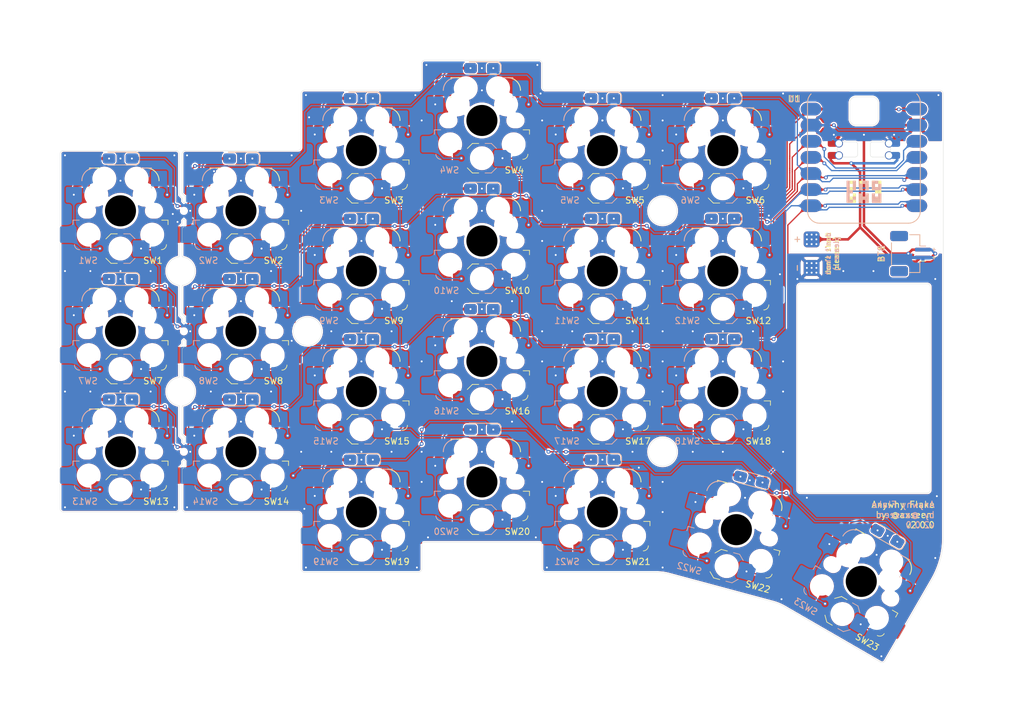
<source format=kicad_pcb>
(kicad_pcb (version 20241229) (generator "pcbnew") (generator_version "9.0")
  (layers (0 "F.Cu" signal) (2 "B.Cu" signal) (13 "F.Paste" user) (15 "B.Paste" user) (5 "F.SilkS" user "F.Silkscreen") (7 "B.SilkS" user "B.Silkscreen") (1 "F.Mask" user) (3 "B.Mask" user) (25 "Edge.Cuts" user))
  (net 0 "")
  (net 1 "GND")
  (net 2 "Raw")
  (net 3 "Row 0")
  (net 4 "Net-(D1-A)")
  (net 5 "Net-(D2-A)")
  (net 6 "Net-(D3-A)")
  (net 7 "Net-(D4-A)")
  (net 8 "Net-(D5-A)")
  (net 9 "Net-(D6-A)")
  (net 10 "Row 1")
  (net 11 "Net-(D7-A)")
  (net 12 "Net-(D8-A)")
  (net 13 "Net-(D9-A)")
  (net 14 "Net-(D10-A)")
  (net 15 "Net-(D11-A)")
  (net 16 "Net-(D12-A)")
  (net 17 "Row 2")
  (net 18 "Row 3")
  (net 19 "Col 3")
  (net 20 "Col 4")
  (net 21 "Col 0")
  (net 22 "Col 1")
  (net 23 "Col 5")
  (net 24 "Col 2")
  (net 29 "Net-(D13-A)")
  (net 30 "Net-(D14-A)")
  (net 31 "Net-(D15-A)")
  (net 32 "Net-(D16-A)")
  (net 33 "Net-(D17-A)")
  (net 34 "Net-(D18-A)")
  (net 35 "Net-(D19-A)")
  (net 36 "Net-(D20-A)")
  (net 37 "Net-(D21-A)")
  (net 38 "Net-(D22-A)")
  (net 39 "Net-(D23-A)")
  (footprint "axseem:D_SOD-123_HandSoldering_Reversible" (layer "F.Cu") (at 142.5 101 180)
    (property "Reference" "D20" (hide yes))
    (property "Value" "D" (hide yes))
  )
  (footprint "axseem:SW_MX_Choc_Hotswap_Reversible" (layer "F.Cu") (at 180.5 76)
    (property "Reference" "SW12")
    (property "Value" "SW_Push" (hide yes))
  )
  (footprint "axseem:SW_MX_Choc_Hotswap_Reversible" (layer "F.Cu") (at 142.5 71.25)
    (property "Reference" "SW10")
    (property "Value" "SW_Push" (hide yes))
  )
  (footprint "axseem:SW_MX_Choc_Hotswap_Reversible" (layer "F.Cu") (at 202.329831 124.940321 -30)
    (property "Reference" "SW23")
    (property "Value" "SW_Push" (hide yes))
  )
  (footprint "axseem:SW_MX_Choc_Hotswap_Reversible" (layer "F.Cu") (at 180.5 57)
    (property "Reference" "SW6")
    (property "Value" "SW_Push" (hide yes))
  )
  (footprint "axseem:SW_MX_Choc_Hotswap_Reversible" (layer "F.Cu") (at 123.5 95)
    (property "Reference" "SW15")
    (property "Value" "SW_Push" (hide yes))
  )
  (footprint "axseem:SW_MX_Choc_Hotswap_Reversible" (layer "F.Cu") (at 142.5 52.25)
    (property "Reference" "SW4")
    (property "Value" "SW_Push" (hide yes))
  )
  (footprint "axseem:SW_MX_Choc_Hotswap_Reversible" (layer "F.Cu") (at 85.5 85.5)
    (property "Reference" "SW7")
    (property "Value" "SW_Push" (hide yes))
  )
  (footprint "axseem:SW_MX_Choc_Hotswap_Reversible" (layer "F.Cu") (at 85.5 66.5)
    (property "Reference" "SW1")
    (property "Value" "SW_Push" (hide yes))
  )
  (footprint "axseem:SW_MX_Choc_Hotswap_Reversible" (layer "F.Cu") (at 123.5 114)
    (property "Reference" "SW19")
    (property "Value" "SW_Push" (hide yes))
  )
  (footprint "axseem:SW_MX_Choc_Hotswap_Reversible" (layer "F.Cu") (at 142.5 109.25)
    (property "Reference" "SW20")
    (property "Value" "SW_Push" (hide yes))
  )
  (footprint "axseem:SW_MX_Choc_Hotswap_Reversible" (layer "F.Cu") (at 161.5 57)
    (property "Reference" "SW5")
    (property "Value" "SW_Push" (hide yes))
  )
  (footprint "axseem:D_SOD-123_HandSoldering_Reversible" (layer "F.Cu") (at 85.5 96.25 180)
    (property "Reference" "D13" (hide yes))
    (property "Value" "D" (hide yes))
  )
  (footprint "" (layer "F.Cu") (at 95.5 85.5)
    (property "Reference" "")
    (property "Value" "")
  )
  (footprint "axseem:SW_MX_Choc_Hotswap_Reversible" (layer "F.Cu") (at 123.5 76)
    (property "Reference" "SW9")
    (property "Value" "SW_Push" (hide yes))
  )
  (footprint "axseem:SW_MX_Choc_Hotswap_Reversible" (layer "F.Cu") (at 161.5 114)
    (property "Reference" "SW21")
    (property "Value" "SW_Push" (hide yes))
  )
  (footprint "axseem:SW_MX_Choc_Hotswap_Reversible" (layer "F.Cu") (at 123.5 57)
    (property "Reference" "SW3")
    (property "Value" "SW_Push" (hide yes))
  )
  (footprint "axseem:SW_MX_Choc_Hotswap_Reversible" (layer "F.Cu") (at 182.635076 116.782486 -15)
    (property "Reference" "SW22")
    (property "Value" "SW_Push" (hide yes))
  )
  (footprint "axseem:D_SOD-123_HandSoldering_Reversible" (layer "F.Cu") (at 161.5 105.75 180)
    (property "Reference" "D21" (hide yes))
    (property "Value" "D" (hide yes))
  )
  (footprint "axseem:D_SOD-123_HandSoldering_Reversible" (layer "F.Cu") (at 123.5 86.75 180)
    (property "Reference" "D15" (hide yes))
    (property "Value" "D" (hide yes))
  )
  (footprint "axseem:SW_MX_Choc_Hotswap_Reversible" (layer "F.Cu") (at 180.5 95)
    (property "Reference" "SW18")
    (property "Value" "SW_Push" (hide yes))
  )
  (footprint "" (layer "F.Cu") (at 95.5 66.5)
    (property "Reference" "")
    (property "Value" "")
  )
  (footprint "axseem:D_SOD-123_HandSoldering_Reversible" (layer "F.Cu") (at 161.5 86.75 180)
    (property "Reference" "D17" (hide yes))
    (property "Value" "D" (hide yes))
  )
  (footprint "axseem:Hole_0.5mm" (layer "F.Cu") (at 95.5 104.5)
    (property "Reference" "REF**" (hide yes))
    (property "Value" "Hole_0.5mm" (hide yes))
  )
  (footprint "axseem:D_SOD-123_HandSoldering_Reversible" (layer "F.Cu") (at 123.5 105.75 180)
    (property "Reference" "D19" (hide yes))
    (property "Value" "D" (hide yes))
  )
  (footprint "axseem:D_SOD-123_HandSoldering_Reversible" (layer "F.Cu") (at 104.5 96.25 180)
    (property "Reference" "D14" (hide yes))
    (property "Value" "D" (hide yes))
  )
  (footprint "axseem:SW_MX_Choc_Hotswap_Reversible" (layer "F.Cu") (at 142.5 90.25)
    (property "Reference" "SW16")
    (property "Value" "SW_Push" (hide yes))
  )
  (footprint "axseem:D_SOD-123_HandSoldering_Reversible" (layer "F.Cu") (at 206.454831 117.795611 150)
    (property "Reference" "D23" (hide yes))
    (property "Value" "D" (hide yes))
  )
  (footprint "axseem:SW_MX_Choc_Hotswap_Reversible" (layer "F.Cu") (at 104.5 104.5)
    (property "Reference" "SW14")
    (property "Value" "SW_Push" (hide yes))
  )
  (footprint "axseem:D_SOD-123_HandSoldering_Reversible" (layer "F.Cu") (at 142.5 82 180)
    (property "Reference" "D16" (hide yes))
    (property "Value" "D" (hide yes))
  )
  (footprint "axseem:D_SOD-123_HandSoldering_Reversible" (layer "F.Cu") (at 185.011815 108.878303 165)
    (property "Reference" "D22" (hide yes))
    (property "Value" "D" (hide yes))
  )
  (footprint "axseem:SW_MX_Choc_Hotswap_Reversible" (layer "F.Cu") (at 85.5 104.5)
    (property "Reference" "SW13")
    (property "Value" "SW_Push" (hide yes))
  )
  (footprint "axseem:SW_MX_Choc_Hotswap_Reversible" (layer "F.Cu") (at 104.5 85.5)
    (property "Reference" "SW8")
    (property "Value" "SW_Push" (hide yes))
  )
  (footprint "axseem:Hole_0.5mm" (layer "F.Cu") (at 95.5 66.5)
    (property "Reference" "REF**" (hide yes))
    (property "Value" "Hole_0.5mm" (hide yes))
  )
  (footprint "axseem:SW_MX_Choc_Hotswap_Reversible" (layer "F.Cu") (at 161.5 95)
    (property "Reference" "SW17")
    (property "Value" "SW_Push" (hide yes))
  )
  (footprint "axseem:Hole_0.5mm" (layer "F.Cu") (at 95.5 85.5)
    (property "Reference" "REF**" (hide yes))
    (property "Value" "Hole_0.5mm" (hide yes))
  )
  (footprint "axseem:SW_MX_Choc_Hotswap_Reversible" (layer "F.Cu") (at 161.5 76)
    (property "Reference" "SW11")
    (property "Value" "SW_Push" (hide yes))
  )
  (footprint "axseem:D_SOD-123_HandSoldering_Reversible" (layer "F.Cu") (at 180.5 86.75 180)
    (property "Reference" "D18" (hide yes))
    (property "Value" "D" (hide yes))
  )
  (footprint "axseem:SW_MX_Choc_Hotswap_Reversible" (layer "F.Cu") (at 104.5 66.5)
    (property "Reference" "SW2")
    (property "Value" "SW_Push" (hide yes))
  )
  (footprint "axseem:Pad" (layer "B.Cu") (at 194.5 75.5 180)
    (property "Reference" "BAT-1" (hide yes))
    (property "Value" "Pad" (hide yes))
  )
  (footprint "axseem:D_SOD-123_HandSoldering_Reversible" (layer "B.Cu") (at 142.5 63 180)
    (property "Reference" "D10" (hide yes))
    (property "Value" "D" (hide yes))
  )
  (footprint "axseem:Pad" (layer "B.Cu") (at 194.5 71 180)
    (property "Reference" "BAT+1" (hide yes))
    (property "Value" "Pad" (hide yes))
  )
  (footprint "axseem:D_SOD-123_HandSoldering_Reversible" (layer "B.Cu") (at 123.5 48.75 180)
    (property "Reference" "D3" (hide yes))
    (property "Value" "D" (hide yes))
  )
  (footprint "axseem:D_SOD-123_HandSoldering_Reversible" (layer "B.Cu") (at 142.5 44 180)
    (property "Reference" "D4" (hide yes))
    (property "Value" "D" (hide yes))
  )
  (footprint "axseem:XIAO-nRF52840-SMD" (layer "B.Cu") (at 202.75 58 180)
    (property "Reference" "U1")
    (property "Value" "XIAO-nRF52840-SMD" (hide yes))
    (fp_line (start 4.209 0.6703) (end 4.209 1.7117) (stroke (width 0.05)) (layer "Edge.Cuts"))
    (fp_line (start 3.5232 2.3975) (end 1.381 2.3975) (stroke (width 0.05)) (layer "Edge.Cuts"))
    (fp_line (start 2.25 8.5) (end 2.25 6) (stroke (width 0.05)) (layer "Edge.Cuts"))
    (fp_line (start 1.381 -0.0155) (end 3.5232 -0.0155) (stroke (width 0.05)) (layer "Edge.Cuts"))
    (fp_line (start 1.25 5) (end -1.25 5) (stroke (width 0.05)) (layer "Edge.Cuts"))
    (fp_line (start 1 2.0165) (end 1 0.3655) (stroke (width 0.05)) (layer "Edge.Cuts"))
    (fp_line (start -1 2.0165) (end -1 0.3655) (stroke (width 0.05)) (layer "Edge.Cuts"))
    (fp_line (start -1.25 9.5) (end 1.25 9.5) (stroke (width 0.05)) (layer "Edge.Cuts"))
    (fp_line (start -1.381 -0.0155) (end -3.5232 -0.0155) (stroke (width 0.05)) (layer "Edge.Cuts"))
    (fp_line (start -2.25 6) (end -2.25 8.5) (stroke (width 0.05)) (layer "Edge.Cuts"))
    (fp_line (start -3.5232 2.3975) (end -1.380999 2.3975) (stroke (width 0.05)) (layer "Edge.Cuts"))
    (fp_line (start -4.209 0.6703) (end -4.209 1.7117) (stroke (width 0.05)) (layer "Edge.Cuts"))
    (fp_arc (start 4.209 0.6703) (mid 3.605386 0.588114) (end 3.5232 -0.0155) (stroke (width 0.05)) (layer "Edge.Cuts"))
    (fp_arc (start 3.5232 2.3975) (mid 3.605393 1.793893) (end 4.209 1.7117) (stroke (width 0.05)) (layer "Edge.Cuts"))
    (fp_arc (start 2.25 8.5) (mid 1.957107 9.207107) (end 1.25 9.5) (stroke (width 0.05)) (layer "Edge.Cuts"))
    (fp_arc (start 1.381 2.3975) (mid 1.111595 2.285905) (end 1 2.0165) (stroke (width 0.05)) (layer "Edge.Cuts"))
    (fp_arc (start 1.25 5) (mid 1.957107 5.292893) (end 2.25 6) (stroke (width 0.05)) (layer "Edge.Cuts"))
    (fp_arc (start 1 0.3655) (mid 1.111592 0.096092) (end 1.381 -0.0155) (stroke (width 0.05)) (layer "Edge.Cuts"))
    (fp_arc (start -1 2.0165) (mid -1.111592 2.285908) (end -1.381 2.3975) (stroke (width 0.05)) (layer "Edge.Cuts"))
    (fp_arc (start -1.25 9.5) (mid -1.957107 9.207107) (end -2.25 8.5) (stroke (width 0.05)) (layer "Edge.Cuts"))
    (fp_arc (start -1.381 -0.0155) (mid -1.111592 0.096092) (end -1 0.3655) (stroke (width 0.05)) (layer "Edge.Cuts"))
    (fp_arc (start -2.25 6) (mid -1.957107 5.292893) (end -1.25 5) (stroke (width 0.05)) (layer "Edge.Cuts"))
    (fp_arc (start -3.5232 -0.0155) (mid -3.605391 0.588109) (end -4.209 0.6703) (stroke (width 0.05)) (layer "Edge.Cuts"))
    (fp_arc (start -4.209 1.7117) (mid -3.605391 1.793891) (end -3.5232 2.3975) (stroke (width 0.05)) (layer "Edge.Cuts"))
  )
  (footprint "axseem:D_SOD-123_HandSoldering_Reversible" (layer "B.Cu") (at 123.5 67.75 180)
    (property "Reference" "D9" (hide yes))
    (property "Value" "D" (hide yes))
  )
  (footprint "axseem:D_SOD-123_HandSoldering_Reversible" (layer "B.Cu") (at 85.5 58.25 180)
    (property "Reference" "D1" (hide yes))
    (property "Value" "D" (hide yes))
  )
  (footprint "axseem:D_SOD-123_HandSoldering_Reversible" (layer "B.Cu") (at 104.5 77.25 180)
    (property "Reference" "D8" (hide yes))
    (property "Value" "D" (hide yes))
  )
  (footprint "axseem:JST_1.25mm_Reversible" (layer "B.Cu") (at 209.5 73.25 -90)
    (property "Reference" "BT1")
    (property "Value" "Battery" (hide yes))
  )
  (footprint "axseem:D_SOD-123_HandSoldering_Reversible" (layer "B.Cu") (at 104.5 58.25 180)
    (property "Reference" "D2" (hide yes))
    (property "Value" "D" (hide yes))
  )
  (footprint "axseem:D_SOD-123_HandSoldering_Reversible" (layer "B.Cu") (at 180.5 48.75 180)
    (property "Reference" "D6" (hide yes))
    (property "Value" "D" (hide yes))
  )
  (footprint "axseem:D_SOD-123_HandSoldering_Reversible" (layer "B.Cu") (at 161.5 67.75 180)
    (property "Reference" "D11" (hide yes))
    (property "Value" "D" (hide yes))
  )
  (footprint "axseem:D_SOD-123_HandSoldering_Reversible" (layer "B.Cu") (at 161.5 48.75 180)
    (property "Reference" "D5" (hide yes))
    (property "Value" "D" (hide yes))
  )
  (footprint "axseem:D_SOD-123_HandSoldering_Reversible" (layer "B.Cu") (at 85.5 77.25 180)
    (property "Reference" "D7" (hide yes))
    (property "Value" "D" (hide yes))
  )
  (footprint "axseem:D_SOD-123_HandSoldering_Reversible" (layer "B.Cu") (at 180.5 67.75 180)
    (property "Reference" "D12" (hide yes))
    (property "Value" "D" (hide yes))
  )
  (gr_rect (start 203 64.75) (end 203.5 65.25) (fill yes) (layer "F.SilkS"))
  (gr_rect (start 202 62.75) (end 202.5 63.25) (fill yes) (layer "F.SilkS"))
  (gr_rect (start 200.5 61.75) (end 201 62.25) (fill yes) (layer "F.SilkS"))
  (gr_rect (start 200 63.75) (end 200.5 64.25) (fill yes) (layer "F.SilkS"))
  (gr_rect (start 202.5 61.75) (end 203 62.25) (fill yes) (layer "F.SilkS"))
  (gr_rect (start 202 61.75) (end 202.5 62.25) (fill yes) (layer "F.SilkS"))
  (gr_rect (start 203 62.75) (end 203.5 63.25) (fill yes) (layer "F.SilkS"))
  (gr_rect (start 204 61.75) (end 204.5 62.25) (fill yes) (layer "F.SilkS"))
  (gr_rect (start 205 61.75) (end 205.5 65.25) (fill yes) (layer "F.SilkS"))
  (gr_rect (start 201 64.25) (end 201.5 64.75) (fill yes) (layer "F.SilkS"))
  (gr_rect (start 200.5 64.75) (end 201 65.25) (fill yes) (layer "F.SilkS"))
  (gr_rect (start 200.5 64.25) (end 201 64.75) (fill yes) (layer "F.SilkS"))
  (gr_rect (start 203 62.25) (end 203.5 62.75) (fill yes) (layer "F.SilkS"))
  (gr_rect (start 204 62.25) (end 204.5 62.75) (fill yes) (layer "F.SilkS"))
  (gr_rect (start 202 64.75) (end 202.5 65.25) (fill yes) (layer "F.SilkS"))
  (gr_rect (start 200.5 62.75) (end 201 63.25) (fill yes) (layer "F.SilkS"))
  (gr_rect (start 201 62.75) (end 201.5 63.25) (fill yes) (layer "F.SilkS"))
  (gr_rect (start 204 62.75) (end 204.5 63.25) (fill yes) (layer "F.SilkS"))
  (gr_rect (start 201 62.25) (end 201.5 62.75) (fill yes) (layer "F.SilkS"))
  (gr_rect (start 203 63.75) (end 203.5 64.25) (fill yes) (layer "F.SilkS"))
  (gr_rect (start 200 64.75) (end 200.5 65.25) (fill yes) (layer "F.SilkS"))
  (gr_rect (start 202.5 64.25) (end 203 64.75) (fill yes) (layer "F.SilkS"))
  (gr_rect (start 203 64.25) (end 203.5 64.75) (fill yes) (layer "F.SilkS"))
  (gr_rect (start 201 63.75) (end 201.5 64.25) (fill yes) (layer "F.SilkS"))
  (gr_rect (start 200 64.25) (end 200.5 64.75) (fill yes) (layer "F.SilkS"))
  (gr_rect (start 201 64.75) (end 201.5 65.25) (fill yes) (layer "F.SilkS"))
  (gr_rect (start 202 62.25) (end 202.5 62.75) (fill yes) (layer "F.SilkS"))
  (gr_rect (start 202 64.25) (end 202.5 64.75) (fill yes) (layer "F.SilkS"))
  (gr_rect (start 201 61.75) (end 201.5 62.25) (fill yes) (layer "F.SilkS"))
  (gr_rect (start 204 64.25) (end 204.5 64.75) (fill yes) (layer "F.SilkS"))
  (gr_rect (start 204.5 63.25) (end 205 63.75) (fill yes) (layer "F.SilkS"))
  (gr_rect (start 204.5 64.75) (end 205 65.25) (fill yes) (layer "F.SilkS"))
  (gr_rect (start 200 62.25) (end 200.5 62.75) (fill yes) (layer "F.SilkS"))
  (gr_rect (start 202 63.75) (end 202.5 64.25) (fill yes) (layer "F.SilkS"))
  (gr_rect (start 200 62.75) (end 200.5 63.25) (fill yes) (layer "F.SilkS"))
  (gr_rect (start 204 64.75) (end 204.5 65.25) (fill yes) (layer "B.SilkS"))
  (gr_rect (start 203 64.25) (end 203.5 64.75) (fill yes) (layer "B.SilkS"))
  (gr_rect (start 204.5 64.75) (end 205 65.25) (fill yes) (layer "B.SilkS"))
  (gr_rect (start 203 61.75) (end 203.5 62.25) (fill yes) (layer "B.SilkS"))
  (gr_rect (start 200.5 63.25) (end 201 63.75) (fill yes) (layer "B.SilkS"))
  (gr_rect (start 201 64.25) (end 201.5 64.75) (fill yes) (layer "B.SilkS"))
  (gr_rect (start 203 63.75) (end 203.5 64.25) (fill yes) (layer "B.SilkS"))
  (gr_rect (start 200 61.75) (end 200.5 65.25) (fill yes) (layer "B.SilkS"))
  (gr_rect (start 202 62.75) (end 202.5 63.25) (fill yes) (layer "B.SilkS"))
  (gr_rect (start 204 64.25) (end 204.5 64.75) (fill yes) (layer "B.SilkS"))
  (gr_rect (start 203 64.75) (end 203.5 65.25) (fill yes) (layer "B.SilkS"))
  (gr_rect (start 203 62.25) (end 203.5 62.75) (fill yes) (layer "B.SilkS"))
  (gr_rect (start 204.5 64.25) (end 205 64.75) (fill yes) (layer "B.SilkS"))
  (gr_rect (start 205 62.75) (end 205.5 63.25) (fill yes) (layer "B.SilkS"))
  (gr_rect (start 205 63.75) (end 205.5 64.25) (fill yes) (layer "B.SilkS"))
  (gr_rect (start 202 64.25) (end 202.5 64.75) (fill yes) (layer "B.SilkS"))
  (gr_rect (start 202 64.75) (end 202.5 65.25) (fill yes) (layer "B.SilkS"))
  (gr_rect (start 204 62.75) (end 204.5 63.25) (fill yes) (layer "B.SilkS"))
  (gr_rect (start 202 62.25) (end 202.5 62.75) (fill yes) (layer "B.SilkS"))
  (gr_rect (start 201 61.75) (end 201.5 62.25) (fill yes) (layer "B.SilkS"))
  (gr_rect (start 204.5 62.75) (end 205 63.25) (fill yes) (layer "B.SilkS"))
  (gr_rect (start 205 64.75) (end 205.5 65.25) (fill yes) (layer "B.SilkS"))
  (gr_rect (start 204 62.25) (end 204.5 62.75) (fill yes) (layer "B.SilkS"))
  (gr_rect (start 200.5 64.75) (end 201 65.25) (fill yes) (layer "B.SilkS"))
  (gr_rect (start 205 64.25) (end 205.5 64.75) (fill yes) (layer "B.SilkS"))
  (gr_rect (start 201 62.75) (end 201.5 63.25) (fill yes) (layer "B.SilkS"))
  (gr_rect (start 203 62.75) (end 203.5 63.25) (fill yes) (layer "B.SilkS"))
  (gr_rect (start 204 61.75) (end 204.5 62.25) (fill yes) (layer "B.SilkS"))
  (gr_rect (start 204 63.75) (end 204.5 64.25) (fill yes) (layer "B.SilkS"))
  (gr_rect (start 205 62.25) (end 205.5 62.75) (fill yes) (layer "B.SilkS"))
  (gr_rect (start 202.5 64.25) (end 203 64.75) (fill yes) (layer "B.SilkS"))
  (gr_rect (start 201 62.25) (end 201.5 62.75) (fill yes) (layer "B.SilkS"))
  (gr_rect (start 202 63.75) (end 202.5 64.25) (fill yes) (layer "B.SilkS"))
  (gr_rect (start 204.5 61.75) (end 205 62.25) (fill yes) (layer "B.SilkS"))
  (gr_rect (start 202.5 61.75) (end 203 62.25) (fill yes) (layer "B.SilkS"))
  (gr_line (start 206.057073 137.484549) (end 213.5 124.593022) (stroke (width 0.05)) (layer "Edge.Cuts"))
  (gr_line (start 95.5 67.75) (end 95.25 68) (stroke (width 0.05)) (layer "Edge.Cuts"))
  (gr_line (start 95.75 114) (end 113.5 114) (stroke (width 0.05)) (layer "Edge.Cuts"))
  (gr_line (start 95.75 84) (end 95.5 84.25) (stroke (width 0.05)) (layer "Edge.Cuts"))
  (gr_line (start 95.75 106.75) (end 95.25 107.25) (stroke (width 0.05)) (layer "Edge.Cuts"))
  (gr_line (start 95.25 73.763922) (end 95.25 69.25) (stroke (width 0.05)) (layer "Edge.Cuts"))
  (gr_arc (start 151.5 118.75) (mid 151.853553 118.896447) (end 152 119.25) (stroke (width 0.05)) (layer "Edge.Cuts"))
  (gr_line (start 95.25 65) (end 95.25 64.5) (stroke (width 0.05)) (layer "Edge.Cuts"))
  (gr_line (start 94.749792 78.236077) (end 94.749792 83) (stroke (width 0.05)) (layer "Edge.Cuts"))
  (gr_arc (start 114.5 123.5) (mid 114.146447 123.353553) (end 114 123) (stroke (width 0.05)) (layer "Edge.Cuts"))
  (gr_arc (start 215.249999 118.061934) (mid 214.804909 121.442671) (end 213.5 124.593022) (stroke (width 0.05)) (layer "Edge.Cuts"))
  (gr_line (start 95.25 84) (end 95.25 83.5) (stroke (width 0.05)) (layer "Edge.Cuts"))
  (gr_arc (start 151.5 42.75) (mid 151.853553 42.896447) (end 152 43.25) (stroke (width 0.05)) (layer "Edge.Cuts"))
  (gr_line (start 133.5 118.75) (end 151.5 118.75) (stroke (width 0.05)) (layer "Edge.Cuts"))
  (gr_line (start 76 57.5) (end 76 113.5) (stroke (width 0.05)) (layer "Edge.Cuts"))
  (gr_line (start 95.5 86.75) (end 95.25 87) (stroke (width 0.05)) (layer "Edge.Cuts"))
  (gr_arc (start 170.040292 123.500001) (mid 171.031672 123.565305) (end 172.00605 123.759441) (stroke (width 0.05)) (layer "Edge.Cuts"))
  (gr_line (start 114.5 123.5) (end 132.5 123.5) (stroke (width 0.05)) (layer "Edge.Cuts"))
  (gr_line (start 114 48) (end 114 56.5) (stroke (width 0.05)) (layer "Edge.Cuts"))
  (gr_arc (start 95.250079 92.764739) (mid 97.25 95) (end 95.250079 97.236894) (stroke (width 0.05)) (layer "Edge.Cuts"))
  (gr_line (start 95.25 83.5) (end 94.75 83) (stroke (width 0.05)) (layer "Edge.Cuts"))
  (gr_arc (start 214.75 47.5) (mid 215.103553 47.646447) (end 215.25 48) (stroke (width 0.05)) (layer "Edge.Cuts"))
  (gr_line (start 113.5 57) (end 95.75 57) (stroke (width 0.05)) (layer "Edge.Cuts"))
  (gr_line (start 94.75 69) (end 94.75 73.763937) (stroke (width 0.05)) (layer "Edge.Cuts"))
  (gr_line (start 95.25 107.25) (end 95.25 113.5) (stroke (width 0.05)) (layer "Edge.Cuts"))
  (gr_line (start 95.75 87.75) (end 95.75 87) (stroke (width 0.05)) (layer "Edge.Cuts"))
  (gr_line (start 114 114.5) (end 114 123) (stroke (width 0.05)) (layer "Edge.Cuts"))
  (gr_circle (center 171 66.5) (end 173.25 66.5) (stroke (width 0.05)) (fill no) (layer "Edge.Cuts"))
  (gr_line (start 95.25 101.75) (end 95.249776 97.236894) (stroke (width 0.05)) (layer "Edge.Cuts"))
  (gr_line (start 152.5 123.5) (end 170.03777 123.5) (stroke (width 0.05)) (layer "Edge.Cuts"))
  (gr_arc (start 114 56.5) (mid 113.853553 56.853553) (end 113.5 57) (stroke (width 0.05)) (layer "Edge.Cuts"))
  (gr_arc (start 114 48) (mid 114.146447 47.646447) (end 114.5 47.5) (stroke (width 0.05)) (layer "Edge.Cuts"))
  (gr_line (start 95.25 68.5) (end 94.75 69) (stroke (width 0.05)) (layer "Edge.Cuts"))
  (gr_arc (start 133 43.25) (mid 133.146447 42.896447) (end 133.5 42.75) (stroke (width 0.05)) (layer "Edge.Cuts"))
  (gr_arc (start 212.75 78) (mid 213.103553 78.146447) (end 213.25 78.5) (stroke (width 0.05)) (layer "Edge.Cuts"))
  (gr_line (start 95.25 64.5) (end 94.75 64) (stroke (width 0.05)) (layer "Edge.Cuts"))
  (gr_arc (start 94.25 57) (mid 94.603553 57.146447) (end 94.75 57.5) (stroke (width 0.05)) (layer "Edge.Cuts"))
  (gr_circle (center 171 104.5) (end 173.25 104.5) (stroke (width 0.05)) (fill no) (layer "Edge.Cuts"))
  (gr_line (start 95.75 83.25) (end 95.25 82.75) (stroke (width 0.05)) (layer "Edge.Cuts"))
  (gr_arc (start 95.25 57.5) (mid 95.396447 57.146447) (end 95.75 57) (stroke (width 0.05)) (layer "Edge.Cuts"))
  (gr_line (start 152 47) (end 152 43.25) (stroke (width 0.05)) (layer "Edge.Cuts"))
  (gr_line (start 215.249999 118.0619) (end 215.250121 48) (stroke (width 0.05)) (layer "Edge.Cuts"))
  (gr_line (start 95.25 63.75) (end 95.25 57.5) (stroke (width 0.05)) (layer "Edge.Cuts"))
  (gr_line (start 192.75 78) (end 212.75 78) (stroke (width 0.05)) (layer "Edge.Cuts"))
  (gr_line (start 95.75 106.75) (end 95.75 106) (stroke (width 0.05)) (layer "Edge.Cuts"))
  (gr_line (start 205.37406 137.667562) (end 190.225113 128.921314) (stroke (width 0.05)) (layer "Edge.Cuts"))
  (gr_line (start 95.75 68.75) (end 95.75 68) (stroke (width 0.05)) (layer "Edge.Cuts"))
  (gr_arc (start 76.5 114) (mid 76.146447 113.853553) (end 76 113.5) (stroke (width 0.05)) (layer "Edge.Cuts"))
  (gr_line (start 95.5 65.25) (end 95.25 65) (stroke (width 0.05)) (layer "Edge.Cuts"))
  (gr_arc (start 113.5 114) (mid 113.853553 114.146447) (end 114 114.5) (stroke (width 0.05)) (layer "Edge.Cuts"))
  (gr_line (start 95.5 84.25) (end 95.25 84) (stroke (width 0.05)) (layer "Edge.Cuts"))
  (gr_line (start 95.75 64.25) (end 95.75 65) (stroke (width 0.05)) (layer "Edge.Cuts"))
  (gr_line (start 188.393362 128.161752) (end 172.00605 123.759441) (stroke (width 0.05)) (layer "Edge.Cuts"))
  (gr_line (start 192.25 110.5) (end 192.25 78.5) (stroke (width 0.05)) (layer "Edge.Cuts"))
  (gr_line (start 95.75 68.75) (end 95.25 69.25) (stroke (width 0.05)) (layer "Edge.Cuts"))
  (gr_line (start 94.75 102) (end 94.750079 97.236879) (stroke (width 0.05)) (layer "Edge.Cuts"))
  (gr_arc (start 192.75 111) (mid 192.396447 110.853553) (end 192.25 110.5) (stroke (width 0.05)) (layer "Edge.Cuts"))
  (gr_arc (start 213.25 110.5) (mid 213.103553 110.853553) (end 212.75 111) (stroke (width 0.05)) (layer "Edge.Cuts"))
  (gr_line (start 95.25 87) (end 95.25 87.5) (stroke (width 0.05)) (layer "Edge.Cuts"))
  (gr_line (start 95.250079 92.76474) (end 95.25 88.25) (stroke (width 0.05)) (layer "Edge.Cuts"))
  (gr_arc (start 76 57.5) (mid 76.146447 57.146447) (end 76.5 57) (stroke (width 0.05)) (layer "Edge.Cuts"))
  (gr_line (start 152 119.25) (end 152 123) (stroke (width 0.05)) (layer "Edge.Cuts"))
  (gr_line (start 95.5 103.25) (end 95.25 103) (stroke (width 0.05)) (layer "Edge.Cuts"))
  (gr_line (start 95.25 106.5) (end 94.75 107) (stroke (width 0.05)) (layer "Edge.Cuts"))
  (gr_line (start 95.25 82.75) (end 95.25 78.236077) (stroke (width 0.05)) (layer "Edge.Cuts"))
  (gr_line (start 95.25 68) (end 95.25 68.5) (stroke (width 0.05)) (layer "Edge.Cuts"))
  (gr_line (start 94.75 107) (end 94.75 113.5) (stroke (width 0.05)) (layer "Edge.Cuts"))
  (gr_line (start 213.25 78.5) (end 213.25 110.5) (stroke (width 0.05)) (layer "Edge.Cuts"))
  (gr_line (start 95.75 87) (end 95.5 86.75) (stroke (width 0.05)) (layer "Edge.Cuts"))
  (gr_line (start 132.5 47.5) (end 114.5 47.5) (stroke (width 0.05)) (layer "Edge.Cuts"))
  (gr_line (start 95.25 87.5) (end 94.75 88) (stroke (width 0.05)) (layer "Edge.Cuts"))
  (gr_line (start 95.75 102.25) (end 95.75 103) (stroke (width 0.05)) (layer "Edge.Cuts"))
  (gr_line (start 151.5 42.75) (end 133.5 42.75) (stroke (width 0.05)) (layer "Edge.Cuts"))
  (gr_arc (start 192.25 78.5) (mid 192.396447 78.146447) (end 192.75 78) (stroke (width 0.05)) (layer "Edge.Cuts"))
  (gr_arc (start 95.75 114) (mid 95.396447 113.853553) (end 95.25 113.5) (stroke (width 0.05)) (layer "Edge.Cuts"))
  (gr_arc (start 133 47) (mid 132.853553 47.353553) (end 132.5 47.5) (stroke (width 0.05)) (layer "Edge.Cuts"))
  (gr_line (start 212.75 111) (end 192.75 111) (stroke (width 0.05)) (layer "Edge.Cuts"))
  (gr_arc (start 188.393362 128.161752) (mid 189.334127 128.481509) (end 190.225113 128.921314) (stroke (width 0.05)) (layer "Edge.Cuts"))
  (gr_line (start 133 43.25) (end 133 47) (stroke (width 0.05)) (layer "Edge.Cuts"))
  (gr_line (start 94.75 57.5) (end 94.75 64) (stroke (width 0.05)) (layer "Edge.Cuts"))
  (gr_line (start 95.25 106) (end 95.25 106.5) (stroke (width 0.05)) (layer "Edge.Cuts"))
  (gr_circle (center 115 85.5) (end 117.25 85.5) (stroke (width 0.05)) (fill no) (layer "Edge.Cuts"))
  (gr_line (start 95.25 103) (end 95.25 102.5) (stroke (width 0.05)) (layer "Edge.Cuts"))
  (gr_line (start 94.75 88) (end 94.75014 92.764754) (stroke (width 0.05)) (layer "Edge.Cuts"))
  (gr_line (start 95.75 64.25) (end 95.25 63.75) (stroke (width 0.05)) (layer "Edge.Cuts"))
  (gr_line (start 95.25 102.5) (end 94.75 102) (stroke (width 0.05)) (layer "Edge.Cuts"))
  (gr_arc (start 152.5 47.5) (mid 152.146447 47.353553) (end 152 47) (stroke (width 0.05)) (layer "Edge.Cuts"))
  (gr_line (start 95.75 87.75) (end 95.25 88.25) (stroke (width 0.05)) (layer "Edge.Cuts"))
  (gr_arc (start 206.057073 137.484549) (mid 205.753456 137.717482) (end 205.37406 137.667562) (stroke (width 0.05)) (layer "Edge.Cuts"))
  (gr_line (start 94.25 57) (end 76.5 57) (stroke (width 0.05)) (layer "Edge.Cuts"))
  (gr_line (start 214.75 47.5) (end 152.5 47.5) (stroke (width 0.05)) (layer "Edge.Cuts"))
  (gr_arc (start 133 123) (mid 132.853553 123.353553) (end 132.5 123.5) (stroke (width 0.05)) (layer "Edge.Cuts"))
  (gr_line (start 95.75 83.25) (end 95.75 84) (stroke (width 0.05)) (layer "Edge.Cuts"))
  (gr_line (start 95.75 102.25) (end 95.25 101.75) (stroke (width 0.05)) (layer "Edge.Cuts"))
  (gr_line (start 95.5 105.75) (end 95.25 106) (stroke (width 0.05)) (layer "Edge.Cuts"))
  (gr_line (start 94.25 114) (end 76.5 114) (stroke (width 0.05)) (layer "Edge.Cuts"))
  (gr_arc (start 94.750079 97.23688) (mid 92.750055 94.99604) (end 94.750079 92.764754) (stroke (width 0.05)) (layer "Edge.Cuts"))
  (gr_arc (start 133 119.25) (mid 133.146447 118.896447) (end 133.5 118.75) (stroke (width 0.05)) (layer "Edge.Cuts"))
  (gr_arc (start 94.75 78.236063) (mid 92.749976 75.995223) (end 94.75 73.763937) (stroke (width 0.05)) (layer "Edge.Cuts"))
  (gr_arc (start 152.5 123.5) (mid 152.146447 123.353553) (end 152 123) (stroke (width 0.05)) (layer "Edge.Cuts"))
  (gr_line (start 95.75 106) (end 95.5 105.75) (stroke (width 0.05)) (layer "Edge.Cuts"))
  (gr_line (start 95.5 67.75) (end 95.75 68) (stroke (width 0.05)) (layer "Edge.Cuts"))
  (gr_arc (start 95.25 73.763922) (mid 97.249921 75.999183) (end 95.25 78.236077) (stroke (width 0.05)) (layer "Edge.Cuts"))
  (gr_arc (start 94.75 113.5) (mid 94.603553 113.853553) (end 94.25 114) (stroke (width 0.05)) (layer "Edge.Cuts"))
  (gr_line (start 95.5 65.25) (end 95.75 65) (stroke (width 0.05)) (layer "Edge.Cuts"))
  (gr_line (start 133 123) (end 133 119.25) (stroke (width 0.05)) (layer "Edge.Cuts"))
  (gr_line (start 95.5 103.25) (end 95.75 103) (stroke (width 0.05)) (layer "Edge.Cuts"))
  (gr_text "Anywhy Flake\nby @axseem\nv2.0.0" (at 214 112.25 0) (layer "F.SilkS") (effects (font (size 1 1) (thickness 0.15) (bold yes)) (justify right top)))
  (gr_text "SW16" (at 146 97.5 -0) (layer "F.SilkS") (effects (font (size 1 1)) (justify left top)))
  (gr_text "SW7" (at 89 92.75 -0) (layer "F.SilkS") (effects (font (size 1 1)) (justify left top)))
  (gr_text "SW3" (at 127 64.25 -0) (layer "F.SilkS") (effects (font (size 1 1)) (justify left top)))
  (gr_text "SW22" (at 184.139378 124.691315 345) (layer "F.SilkS") (effects (font (size 1 1)) (justify left top)))
  (gr_text "SW4" (at 146 59.5 -0) (layer "F.SilkS") (effects (font (size 1 1)) (justify left top)))
  (gr_text "SW19" (at 127 121.25 0) (layer "F.SilkS") (effects (font (size 1 1)) (justify left top)))
  (gr_text "BT1" (at 205.5 73.25 90) (layer "F.SilkS") (effects (font (size 1 1))))
  (gr_text "SW15" (at 127 102.25 -0) (layer "F.SilkS") (effects (font (size 1 1)) (justify left top)))
  (gr_text "SW17" (at 165 102.25 -0) (layer "F.SilkS") (effects (font (size 1 1)) (justify left top)))
  (gr_text "SW8" (at 108 92.75 -0) (layer "F.SilkS") (effects (font (size 1 1)) (justify left top)))
  (gr_text "SW13" (at 89 111.75 -0) (layer "F.SilkS") (effects (font (size 1 1)) (justify left top)))
  (gr_text "SW10" (at 146 78.5 -0) (layer "F.SilkS") (effects (font (size 1 1)) (justify left top)))
  (gr_text "don't short\nplease :)" (at 197.75 73.25 90) (layer "F.SilkS") (effects (font (size 0.8 0.8))))
  (gr_text "SW12" (at 184 83.25 -0) (layer "F.SilkS") (effects (font (size 1 1)) (justify left top)))
  (gr_text "SW23" (at 201.73592 132.969005 330) (layer "F.SilkS") (effects (font (size 1 1)) (justify left top)))
  (gr_text "U1" (at 191.75 48.25 -0) (layer "F.SilkS") (effects (font (size 1 1)) (justify top)))
  (gr_text "SW18" (at 184 102.25 -0) (layer "F.SilkS") (effects (font (size 1 1)) (justify left top)))
  (gr_text "SW11" (at 165 83.25 -0) (layer "F.SilkS") (effects (font (size 1 1)) (justify left top)))
  (gr_text "-" (at 192.175 75.5 90) (layer "F.SilkS") (effects (font (size 1 1))))
  (gr_text "SW5" (at 165 64.25 -0) (layer "F.SilkS") (effects (font (size 1 1)) (justify left top)))
  (gr_text "SW9" (at 127 83.25 -0) (layer "F.SilkS") (effects (font (size 1 1)) (justify left top)))
  (gr_text "+" (at 192.25 70.925 -0) (layer "F.SilkS") (effects (font (size 1 1))))
  (gr_text "SW14" (at 108 111.75 -0) (layer "F.SilkS") (effects (font (size 1 1)) (justify left top)))
  (gr_text "SW20" (at 146 116.5 0) (layer "F.SilkS") (effects (font (size 1 1)) (justify left top)))
  (gr_text "SW6" (at 184 64.25 -0) (layer "F.SilkS") (effects (font (size 1 1)) (justify left top)))
  (gr_text "SW2" (at 108 73.75 -0) (layer "F.SilkS") (effects (font (size 1 1)) (justify left top)))
  (gr_text "SW1" (at 89 73.75 -0) (layer "F.SilkS") (effects (font (size 1 1)) (justify left top)))
  (gr_text "SW21" (at 165 121.25 0) (layer "F.SilkS") (effects (font (size 1 1)) (justify left top)))
  (gr_text "+" (at 192.25 70.925 0) (layer "B.SilkS") (effects (font (size 1 1)) (justify mirror)))
  (gr_text "don't short\nplease :)" (at 197.75 73.25 90) (layer "B.SilkS") (effects (font (size 0.8 0.8)) (justify mirror)))
  (gr_text "Anywhy Flake\nby @axseem\nv2.0.0" (at 214 112.25 0) (layer "B.SilkS") (effects (font (size 1 1) (thickness 0.15) (bold yes)) (justify left top mirror)))
  (gr_text "-" (at 192.175 75.5 90) (layer "B.SilkS") (effects (font (size 1 1)) (justify mirror)))
  (segment (start 207.147942 73.25) (end 209.75 73.25) (width 0.4) (layer "F.Cu") (net 1))
  (segment (start 202.75 68.852058) (end 207.147942 73.25) (width 0.4) (layer "F.Cu") (net 1))
  (segment (start 198 54.5) (end 197.5 55) (width 0.4) (layer "F.Cu") (net 1))
  (segment (start 209.005 52.995) (end 211.1 52.995) (width 0.4) (layer "F.Cu") (net 1))
  (segment (start 212.05 72.625) (end 210.375 72.625) (width 0.4) (layer "F.Cu") (net 1))
  (segment (start 202.75 54.5) (end 202.75 68.852058) (width 0.4) (layer "F.Cu") (net 1))
  (segment (start 210.375 72.625) (end 209.75 73.25) (width 0.4) (layer "F.Cu") (net 1))
  (segment (start 197.5 55) (end 197.5 56) (width 0.4) (layer "F.Cu") (net 1))
  (segment (start 207.5 54.5) (end 209.005 52.995) (width 0.4) (layer "F.Cu") (net 1))
  (via (at 171 122.75) (size 0.6) (drill 0.3) (layers "F.Cu" "B.Cu") (net 1))
  (via (at 112.5 87) (size 0.6) (drill 0.3) (layers "F.Cu" "B.Cu") (net 1))
  (via (at 104.5 58.25) (size 0.6) (drill 0.3) (layers "F.Cu" "B.Cu") (net 1))
  (via (at 94.5 68.25) (size 0.6) (drill 0.3) (layers "F.Cu" "B.Cu") (net 1))
  (via (at 187.75 67.25) (size 0.6) (drill 0.3) (layers "F.Cu" "B.Cu") (net 1))
  (via (at 167.25 107) (size 0.6) (drill 0.3) (layers "F.Cu" "B.Cu") (net 1))
  (via (at 147.25 99.75) (size 0.6) (drill 0.3) (layers "F.Cu" "B.Cu") (net 1))
  (via (at 114.75 48.25) (size 0.6) (drill 0.3) (layers "F.Cu" "B.Cu") (net 1))
  (via (at 152 90.25) (size 0.6) (drill 0.3) (layers "F.Cu" "B.Cu") (net 1))
  (via (at 85.5 95) (size 0.6) (drill 0.3) (layers "F.Cu" "B.Cu") (net 1))
  (via (at 85.5 80.75) (size 0.6) (drill 0.3) (layers "F.Cu" "B.Cu") (net 1))
  (via (at 180.5 67.75) (size 0.6) (drill 0.3) (layers "F.Cu" "B.Cu") (net 1))
  (via (at 171 90.25) (size 0.6) (drill 0.3) (layers "F.Cu" "B.Cu") (net 1))
  (via (at 94 57.75) (size 0.6) (drill 0.3) (layers "F.Cu" "B.Cu") (net 1))
  (via (at 152.75 122.75) (size 0.6) (drill 0.3) (layers "F.Cu" "B.Cu") (net 1))
  (via (at 128.25 104.5) (size 0.6) (drill 0.3) (layers "F.Cu" "B.Cu") (net 1))
  (via (at 94 113.25) (size 0.6) (drill 0.3) (layers "F.Cu" "B.Cu") (net 1))
  (via (at 90.25 76) (size 0.6) (drill 0.3) (layers "F.Cu" "B.Cu") (net 1))
  (via (at 109.25 95) (size 0.6) (drill 0.3) (layers "F.Cu" "B.Cu") (net 1))
  (via (at 206.5 117.75) (size 0.6) (drill 0.3) (layers "F.Cu" "B.Cu") (net 1))
  (via (at 189.5 76.5) (size 0.6) (drill 0.3) (layers "F.Cu" "B.Cu") (net 1))
  (via (at 142.5 80.75) (size 0.6) (drill 0.3) (layers "F.Cu" "B.Cu") (net 1))
  (via (at 199.5 76) (size 0.6) (drill 0.3) (layers "F.Cu" "B.Cu") (net 1))
  (via (at 104.5 96.25) (size 0.6) (drill 0.3) (layers "F.Cu" "B.Cu") (net 1))
  (via (at 104.5 61.75) (size 0.6) (drill 0.3) (layers "F.Cu" "B.Cu") (net 1))
  (via (at 142.5 44) (size 0.6) (drill 0.3) (layers "F.Cu" "B.Cu") (net 1))
  (via (at 171 57) (size 0.6) (drill 0.3) (layers "F.Cu" "B.Cu") (net 1))
  (via (at 189.75 127.75) (size 0.6) (drill 0.3) (layers "F.Cu" "B.Cu") (net 1))
  (via (at 80.75 76) (size 0.6) (drill 0.3) (layers "F.Cu" "B.Cu") (net 1))
  (via (at 104.5 99.75) (size 0.6) (drill 0.3) (layers "F.Cu" "B.Cu") (net 1))
  (via (at 142.5 101) (size 0.6) (drill 0.3) (layers "F.Cu" "B.Cu") (net 1))
  (via (at 90.25 95) (size 0.6) (drill 0.3) (layers "F.Cu" "B.Cu") (net 1))
  (via (at 133 104.5) (size 0.6) (drill 0.3) (layers "F.Cu" "B.Cu") (net 1))
  (via (at 76.75 76) (size 0.6) (drill 0.3) (layers "F.Cu" "B.Cu") (net 1))
  (via (at 123.5 104.5) (size 0.6) (drill 0.3) (layers "F.Cu" "B.Cu") (net 1))
  (via (at 180.5 85.5) (size 0.6) (drill 0.3) (layers "F.Cu" "B.Cu") (net 1))
  (via (at 161.5 52.25) (size 0.6) (drill 0.3) (layers "F.Cu" "B.Cu") (net 1))
  (via (at 204.75 120.75) (size 0.6) (drill 0.3) (layers "F.Cu" "B.Cu") (net 1))
  (via (at 171 52.25) (size 0.6) (drill 0.3) (layers "F.Cu" "B.Cu") (net 1))
  (via (at 180.5 90.25) (size 0.6) (drill 0.3) (layers "F.Cu" "B.Cu") (net 1))
  (via (at 193.75 76.25) (size 0.6) (drill 0.3) (layers "F.Cu" "B.Cu") (net 1))
  (via (at 85.5 77.25) (size 0.6) (drill 0.3) (layers "F.Cu" "B.Cu") (net 1))
  (via (at 96 113.25) (size 0.6) (drill 0.3) (layers "F.Cu" "B.Cu") (net 1))
  (via (at 104.5 77.25) (size 0.6) (drill 0.3) (layers "F.Cu" "B.Cu") (net 1))
  (via (at 132 48.25) (size 0.6) (drill 0.3) (layers "F.Cu" "B.Cu") (net 1))
  (via (at 152 52.25) (size 0.6) (drill 0.3) (layers "F.Cu" "B.Cu") (net 1))
  (via (at 161.5 67.75) (size 0.6) (drill 0.3) (layers "F.Cu" "B.Cu") (net 1))
  (via (at 151.25 43.5) (size 0.6) (drill 0.3) (layers "F.Cu" "B.Cu") (net 1))
  (via (at 205.5 136.75) (size 0.6) (drill 0.3) (layers "F.Cu" "B.Cu") (net 1))
  (via (at 161.5 48.75) (size 0.6) (drill 0.3) (layers "F.Cu" "B.Cu") (net 1))
  (via (at 96.5 66.5) (size 0.6) (drill 0.3) (layers "F.Cu" "B.Cu") (net 1))
  (via (at 85.5 96.25) (size 0.6) (drill 0.3) (layers "F.Cu" "B.Cu") (net 1))
  (via (at 190 95) (size 0.6) (drill 0.3) (layers "F.Cu" "B.Cu") (net 1))
  (via (at 161.5 71.25) (size 0.6) (drill 0.3) (layers "F.Cu" "B.Cu") (net 1))
  (via (at 123.5 71.25) (size 0.6) (drill 0.3) (layers "F.Cu" "B.Cu") (net 1))
  (via (at 151 118) (size 0.6) (drill 0.3) (layers "F.Cu" "B.Cu") (net 1))
  (via (at 76.75 57.75) (size 0.6) (drill 0.3) (layers "F.Cu" "B.Cu") (net 1))
  (via (at 112.5 57.75) (size 0.6) (drill 0.3) (layers "F.Cu" "B.Cu") (net 1))
  (via (at 171 114) (size 0.6) (drill 0.3) (layers "F.Cu" "B.Cu") (net 1))
  (via (at 194.5 74.75) (size 0.6) (drill 0.3) (layers "F.Cu" "B.Cu") (net 1))
  (via (at 123.5 52.25) (size 0.6) (drill 0.3) (layers "F.Cu" "B.Cu") (net 1))
  (via (at 142.5 104.5) (size 0.6) (drill 0.3) (layers "F.Cu" "B.Cu") (net 1))
  (via (at 96.5 104.5) (size 0.6) (drill 0.3) (layers "F.Cu" "B.Cu") (net 1))
  (via (at 180.5 52.25) (size 0.6) (drill 0.3) (layers "F.Cu" "B.Cu") (net 1))
  (via (at 190 90.25) (size 0.6) (drill 0.3) (layers "F.Cu" "B.Cu") (net 1))
  (via (at 194.5 76.25) (size 0.6) (drill 0.3) (layers "F.Cu" "B.Cu") (net 1))
  (via (at 190 48) (size 0.6) (drill 0.3) (layers "F.Cu" "B.Cu") (net 1))
  (via (at 137.75 80.75) (size 0.6) (drill 0.3) (layers "F.Cu" "B.Cu") (net 1))
  (via (at 156.75 85.5) (size 0.6) (drill 0.3) (layers "F.Cu" "B.Cu") (net 1))
  (via (at 96 57.75) (size 0.6) (drill 0.3) (layers "F.Cu" "B.Cu") (net 1))
  (via (at 123.5 86.75) (size 0.6) (drill 0.3) (layers "F.Cu" "B.Cu") (net 1))
  (via (at 161.5 105.75) (size 0.6) (drill 0.3) (layers "F.Cu" "B.Cu") (net 1))
  (via (at 161.5 52.25) (size 0.6) (drill 0.3) (layers "F.Cu" "B.Cu") (net 1))
  (via (at 195.25 76.25) (size 0.6) (drill 0.3) (layers "F.Cu" "B.Cu") (net 1))
  (via (at 207.5 54.5) (size 0.6) (drill 0.3) (layers "F.Cu" "B.Cu") (net 1))
  (via (at 195.25 74.75) (size 0.6) (drill 0.3) (layers "F.Cu" "B.Cu") (net 1))
  (via (at 118.75 104.5) (size 0.6) (drill 0.3) (layers "F.Cu" "B.Cu") (net 1))
  (via (at 152 71.25) (size 0.6) (drill 0.3) (layers "F.Cu" "B.Cu") (net 1))
  (via (at 133.75 43.5) (size 0.6) (drill 0.3) (layers "F.Cu" "B.Cu") (net 1))
  (via (at 184 111.75) (size 0.6) (drill 0.3) (layers "F.Cu" "B.Cu") (net 1))
  (via (at 133 52.25) (size 0.6) (drill 0.3) (layers "F.Cu" "B.Cu") (net 1))
  (via (at 114 104.5) (size 0.6) (drill 0.3) (layers "F.Cu" "B.Cu") (net 1))
  (via (at 123.5 48.75) (size 0.6) (drill 0.3) (layers "F.Cu" "B.Cu") (net 1))
  (via (at 123.5 105.75) (size 0.6) (drill 0.3) (layers "F.Cu" "B.Cu") (net 1))
  (via (at 85.5 76) (size 0.6) (drill 0.3) (layers "F.Cu" "B.Cu") (net 1))
  (via (at 161.5 85.5) (size 0.6) (drill 0.3) (layers "F.Cu" "B.Cu") (net 1))
  (via (at 85.5 58.25) (size 0.6) (drill 0.3) (layers "F.Cu" "B.Cu") (net 1))
  (via (at 161.5 109.25) (size 0.6) (drill 0.3) (layers "F.Cu" "B.Cu") (net 1))
  (via (at 99.75 95) (size 0.6) (drill 0.3) (layers "F.Cu" "B.Cu") (net 1))
  (via (at 184.75 109) (size 0.6) (drill 0.3) (layers "F.Cu" "B.Cu") (net 1))
  (via (at 171 85.5) (size 0.6) (drill 0.3) (layers "F.Cu" "B.Cu") (net 1))
  (via (at 161.5 90.25) (size 0.6) (drill 0.3) (layers "F.Cu" "B.Cu") (net 1))
  (via (at 152 85.5) (size 0.6) (drill 0.3) (layers "F.Cu" "B.Cu") (net 1))
  (via (at 80.75 95) (size 0.6) (drill 0.3) (layers "F.Cu" "B.Cu") (net 1))
  (via (at 142.5 85.5) (size 0.6) (drill 0.3) (layers "F.Cu" "B.Cu") (net 1))
  (via (at 133 109.25) (size 0.6) (drill 0.3) (layers "F.Cu" "B.Cu") (net 1))
  (via (at 175.75 85.5) (size 0.6) (drill 0.3) (layers "F.Cu" "B.Cu") (net 1))
  (via (at 180.5 86.75) (size 0.6) (drill 0.3) (layers "F.Cu" "B.Cu") (net 1))
  (via (at 142.5 63) (size 0.6) (drill 0.3) (layers "F.Cu" "B.Cu") (net 1))
  (via (at 195.25 75.5) (size 0.6) (drill 0.3) (layers "F.Cu" "B.Cu") (net 1))
  (via (at 214 121.25) (size 0.6) (drill 0.3) (layers "F.Cu" "B.Cu") (net 1))
  (via (at 123.5 67.75) (size 0.6) (drill 0.3) (layers "F.Cu" "B.Cu") (net 1))
  (via (at 123.5 90.25) (size 0.6) (drill 0.3) (layers "F.Cu" "B.Cu") (net 1))
  (via (at 123.5 109.25) (size 0.6) (drill 0.3) (layers "F.Cu" "B.Cu") (net 1))
  (via (at 76.75 113.25) (size 0.6) (drill 0.3) (layers "F.Cu" "B.Cu") (net 1))
  (via (at 123.5 85.5) (size 0.6) (drill 0.3) (layers "F.Cu" "B.Cu") (net 1))
  (via (at 114.75 122.75) (size 0.6) (drill 0.3) (layers "F.Cu" "B.Cu") (net 1))
  (via (at 115.25 51.75) (size 0.6) (drill 0.3) (layers "F.Cu" "B.Cu") (net 1))
  (via (at 151.75 48) (size 0.6) (drill 0.3) (layers "F.Cu" "B.Cu") (net 1))
  (via (at 192.25 77.25) (size 0.6) (drill 0.3) (layers "F.Cu" "B.Cu") (net 1))
  (via (at 171 109.25) (size 0.6) (drill 0.3) (layers "F.Cu" "B.Cu") (net 1))
  (via (at 142.5 47.5) (size 0.6) (drill 0.3) (layers "F.Cu" "B.Cu") (net 1))
  (via (at 166.25 104.5) (size 0.6) (drill 0.3) (layers "F.Cu" "B.Cu") (net 1))
  (via (at 171 95) (size 0.6) (drill 0.3) (layers "F.Cu" "B.Cu") (net 1))
  (via (at 114 66.5) (size 0.6) (drill 0.3) (layers "F.Cu" "B.Cu") (net 1))
  (via (at 104.5 76) (size 0.6) (drill 0.3) (layers "F.Cu" "B.Cu") (net 1))
  (via (at 171 76) (size 0.6) (drill 0.3) (layers "F.Cu" "B.Cu") (net 1))
  (via (at 214.5 48.25) (size 0.6) (drill 0.3) (layers "F.Cu" "B.Cu") (net 1))
  (via (at 142.5 66.5) (size 0.6) (drill 0.3) (layers "F.Cu" "B.Cu") (net 1))
  (via (at 214 77.25) (size 0.6) (drill 0.3) (layers "F.Cu" "B.Cu") (net 1))
  (via (at 204.25 76) (size 0.6) (drill 0.3) (layers "F.Cu" "B.Cu") (net 1))
  (via (at 166.25 85.5) (size 0.6) (drill 0.3) (layers "F.Cu" "B.Cu") (net 1))
  (via (at 175.75 104.5) (size 0.6) (drill 0.3) (layers "F.Cu" "B.Cu") (net 1))
  (via (at 104.5 80.75) (size 0.6) (drill 0.3) (layers "F.Cu" "B.Cu") (net 1))
  (via (at 161.5 86.75) (size 0.6) (drill 0.3) (layers "F.Cu" "B.Cu") (net 1))
  (via (at 109.25 76) (size 0.6) (drill 0.3) (layers "F.Cu" "B.Cu") (net 1))
  (via (at 128.25 85.5) (size 0.6) (drill 0.3) (layers "F.Cu" "B.Cu") (net 1))
  (via (at 85.5 61.75) (size 0.6) (drill 0.3) (layers "F.Cu" "B.Cu") (net 1))
  (via (at 76.75 95) (size 0.6) (drill 0.3) (layers "F.Cu" "B.Cu") (net 1))
  (via (at 114.5 113.5) (size 0.6) (drill 0.3) (layers "F.Cu" "B.Cu") (net 1))
  (via (at 180.5 48.75) (size 0.6) (drill 0.3) (layers "F.Cu" "B.Cu") (net 1))
  (via (at 100.25 60.25) (size 0.6) (drill 0.3) (layers "F.Cu" "B.Cu") (net 1))
  (via (at 209.75 73.25) (size 0.6) (drill 0.3) (layers "F.Cu" "B.Cu") (net 1))
  (via (at 142.5 82) (size 0.6) (drill 0.3) (layers "F.Cu" "B.Cu") (net 1))
  (via (at 190 104.5) (size 0.6) (drill 0.3) (layers "F.Cu" "B.Cu") (net 1))
  (via (at 132.25 122.75) (size 0.6) (drill 0.3) (layers "F.Cu" "B.Cu") (net 1))
  (via (at 180.5 104.5) (size 0.6) (drill 0.3) (layers "F.Cu" "B.Cu") (net 1))
  (via (at 202.75 54.5) (size 0.6) (drill 0.3) (layers "F.Cu" "B.Cu") (net 1))
  (via (at 134 118) (size 0.6) (drill 0.3) (layers "F.Cu" "B.Cu") (net 1))
  (via (at 171 48.25) (size 0.6) (drill 0.3) (layers "F.Cu" "B.Cu") (net 1))
  (via (at 96.5 85.5) (size 0.6) (drill 0.3) (layers "F.Cu" "B.Cu") (net 1))
  (via (at 118.75 85.5) (size 0.6) (drill 0.3) (layers "F.Cu" "B.Cu") (net 1))
  (via (at 193.75 75.5) (size 0.6) (drill 0.3) (layers "F.Cu" "B.Cu") (net 1))
  (via (at 93.75 67) (size 0.6) (drill 0.3) (layers "F.Cu" "B.Cu") (net 1))
  (via (at 185.25 85.5) (size 0.6) (drill 0.3) (layers "F.Cu" "B.Cu") (net 1))
  (via (at 152 109.25) (size 0.6) (drill 0.3) (layers "F.Cu" "B.Cu") (net 1))
  (via (at 198 54.5) (size 0.6) (drill 0.3) (layers "F.Cu" "B.Cu") (net 1))
  (via (at 85.5 99.75) (size 0.6) (drill 0.3) (layers "F.Cu" "B.Cu") (net 1))
  (via (at 133 90.25) (size 0.6) (drill 0.3) (layers "F.Cu" "B.Cu") (net 1))
  (via (at 180.5 71.25) (size 0.6) (drill 0.3) (layers "F.Cu" "B.Cu") (net 1))
  (via (at 193.75 74.75) (size 0.6) (drill 0.3) (layers "F.Cu" "B.Cu") (net 1))
  (via (at 193.75 111.75) (size 0.6) (drill 0.3) (layers "F.Cu" "B.Cu") (net 1))
  (via (at 147.25 80.75) (size 0.6) (drill 0.3) (layers "F.Cu" "B.Cu") (net 1))
  (via (at 104.5 95) (size 0.6) (drill 0.3) (layers "F.Cu" "B.Cu") (net 1))
  (via (at 152 66.5) (size 0.6) (drill 0.3) (layers "F.Cu" "B.Cu") (net 1))
  (via (at 214.25 111.5) (size 0.6) (drill 0.3) (layers "F.Cu" "B.Cu") (net 1))
  (segment (start 196 74) (end 194.5 75.5) (width 0.4) (layer "B.Cu") (net 1))
  (segment (start 209.75 73.25) (end 209 74) (width 0.4) (layer "B.Cu") (net 1))
  (segment (start 208 55) (end 208 56) (width 0.4) (layer "B.Cu") (net 1))
  (segment (start 210.375 73.875) (end 209.75 73.25) (width 0.4) (layer "B.Cu") (net 1))
  (segment (start 198 54.5) (end 196.495 52.995) (width 0.4) (layer "B.Cu") (net 1))
  (segment (start 202.75 54.5) (end 207.5 54.5) (width 0.4) (layer "B.Cu") (net 1))
  (segment (start 209 74) (end 196 74) (width 0.4) (layer "B.Cu") (net 1))
  (segment (start 196.495 52.995) (end 194.4 52.995) (width 0.4) (layer "B.Cu") (net 1))
  (segment (start 202.75 54.5) (end 198 54.5) (width 0.4) (layer "B.Cu") (net 1))
  (segment (start 207.5 54.5) (end 208 55) (width 0.4) (layer "B.Cu") (net 1))
  (segment (start 211.65 73.875) (end 210.375 73.875) (width 0.4) (layer "B.Cu") (net 1))
  (segment (start 202.149 69.101) (end 200.25 71) (width 0.4) (layer "F.Cu") (net 2))
  (segment (start 200.75 59) (end 202.149 60.399) (width 0.4) (layer "F.Cu") (net 2))
  (segment (start 202.149 60.399) (end 202.149 69.101) (width 0.4) (layer "F.Cu") (net 2))
  (segment (start 200.25 71) (end 194.5 71) (width 0.4) (layer "F.Cu") (net 2))
  (segment (start 200.75 59) (end 198 59) (width 0.4) (layer "F.Cu") (net 2))
  (segment (start 213.375 73.875) (end 214 73.25) (width 0.4) (layer "F.Cu") (net 2))
  (segment (start 207.548 74.5) (end 211.025 74.5) (width 0.4) (layer "F.Cu") (net 2))
  (segment (start 202.149 69.101) (end 207.548 74.5) (width 0.4) (layer "F.Cu") (net 2))
  (segment (start 211.025 74.5) (end 211.65 73.875) (width 0.4) (layer "F.Cu") (net 2))
  (segment (start 197.5 58.5) (end 197.5 57.5) (width 0.4) (layer "F.Cu") (net 2))
  (segment (start 198 59) (end 197.5 58.5) (width 0.4) (layer "F.Cu") (net 2))
  (segment (start 211.65 73.875) (end 213.375 73.875) (width 0.4) (layer "F.Cu") (net 2))
  (via (at 195.25 70.25) (size 0.6) (drill 0.3) (layers "F.Cu" "B.Cu") (net 2))
  (via (at 193.75 71.75) (size 0.6) (drill 0.3) (layers "F.Cu" "B.Cu") (net 2))
  (via (at 200.75 59) (size 0.6) (drill 0.3) (layers "F.Cu" "B.Cu") (net 2))
  (via (at 214 73.25) (size 0.6) (drill 0.3) (layers "F.Cu" "B.Cu") (net 2))
  (via (at 193.75 70.25) (size 0.6) (drill 0.3) (layers "F.Cu" "B.Cu") (net 2))
  (via (at 193.75 71) (size 0.6) (drill 0.3) (layers "F.Cu" "B.Cu") (net 2))
  (via (at 194.5 70.25) (size 0.6) (drill 0.3) (layers "F.Cu" "B.Cu") (net 2))
  (via (at 195.25 71.75) (size 0.6) (drill 0.3) (layers "F.Cu" "B.Cu") (net 2))
  (via (at 195.25 71) (size 0.6) (drill 0.3) (layers "F.Cu" "B.Cu") (net 2))
  (via (at 194.5 71.75) (size 0.6) (drill 0.3) (layers "F.Cu" "B.Cu") (net 2))
  (segment (start 208 58.5) (end 208 57.75) (width 0.4) (layer "B.Cu") (net 2))
  (segment (start 214 73.25) (end 213.375 72.625) (width 0.4) (layer "B.Cu") (net 2))
  (segment (start 213.375 72.625) (end 211.65 72.625) (width 0.4) (layer "B.Cu") (net 2))
  (segment (start 207.5 59) (end 208 58.5) (width 0.4) (layer "B.Cu") (net 2))
  (segment (start 200.75 59) (end 207.5 59) (width 0.4) (layer "B.Cu") (net 2))
  (segment (start 97.25 59.419) (end 96.25 60.419) (width 0.2) (layer "F.Cu") (net 3))
  (segment (start 96.25 60.419) (end 96.25 65.25) (width 0.2) (layer "F.Cu") (net 3))
  (segment (start 95.751 65.749) (end 94.5 65.749) (width 0.2) (layer "F.Cu") (net 3))
  (segment (start 96.25 65.25) (end 95.751 65.749) (width 0.2) (layer "F.Cu") (net 3))
  (segment (start 210.135 60.615) (end 211.1 60.615) (width 0.2) (layer "F.Cu") (net 3))
  (segment (start 209.119 61.631) (end 210.135 60.615) (width 0.2) (layer "F.Cu") (net 3))
  (via (at 97.25 59.419) (size 0.6) (drill 0.3) (layers "F.Cu" "B.Cu") (net 3))
  (via (at 209.119 61.631) (size 0.6) (drill 0.3) (layers "F.Cu" "B.Cu") (net 3))
  (via (at 94.5 65.749) (size 0.6) (drill 0.3) (layers "F.Cu" "B.Cu") (net 3))
  (segment (start 131.331 49.919) (end 136.149 45.101) (width 0.2) (layer "B.Cu") (net 3))
  (segment (start 193.615 60.615) (end 194.4 60.615) (width 0.2) (layer "B.Cu") (net 3))
  (segment (start 107.401 59.351) (end 112.288 59.351) (width 0.2) (layer "B.Cu") (net 3))
  (segment (start 144.3 44) (end 145.401 45.101) (width 0.2) (layer "B.Cu") (net 3))
  (segment (start 136.149 45.101) (end 143.199 45.101) (width 0.2) (layer "B.Cu") (net 3))
  (segment (start 125.3 48.75) (end 126.469 49.919) (width 0.2) (layer "B.Cu") (net 3))
  (segment (start 197.349 61.901) (end 196.1685 61.901) (width 0.2) (layer "B.Cu") (net 3))
  (segment (start 126.469 49.919) (end 131.331 49.919) (width 0.2) (layer "B.Cu") (net 3))
  (segment (start 115.581 49.919) (end 124.131 49.919) (width 0.2) (layer "B.Cu") (net 3))
  (segment (start 97.25 59.419) (end 105.131 59.419) (width 0.2) (layer "B.Cu") (net 3))
  (segment (start 150.25 45.75) (end 150.25 48) (width 0.2) (layer "B.Cu") (net 3))
  (segment (start 189.45 48.75) (end 192.25 51.55) (width 0.2) (layer "B.Cu") (net 3))
  (segment (start 94 59.75) (end 92.5 58.25) (width 0.2) (layer "B.Cu") (net 3))
  (segment (start 94 65.249) (end 94 59.75) (width 0.2) (layer "B.Cu") (net 3))
  (segment (start 208.842 61.354) (end 197.896 61.354) (width 0.2) (layer "B.Cu") (net 3))
  (segment (start 124.131 49.919) (end 125.3 48.75) (width 0.2) (layer "B.Cu") (net 3))
  (segment (start 150.25 48) (end 152.101 49.851) (width 0.2) (layer "B.Cu") (net 3))
  (segment (start 94.5 65.749) (end 94 65.249) (width 0.2) (layer "B.Cu") (net 3))
  (segment (start 181.199 49.851) (end 182.3 48.75) (width 0.2) (layer "B.Cu") (net 3))
  (segment (start 194.8825 60.615) (end 194.4 60.615) (width 0.2) (layer "B.Cu") (net 3))
  (segment (start 92.5 58.25) (end 87.3 58.25) (width 0.2) (layer "B.Cu") (net 3))
  (segment (start 163.3 48.75) (end 164.401 49.851) (width 0.2) (layer "B.Cu") (net 3))
  (segment (start 145.401 45.101) (end 149.601 45.101) (width 0.2) (layer "B.Cu") (net 3))
  (segment (start 112.288 59.351) (end 114.564 57.075) (width 0.2) (layer "B.Cu") (net 3))
  (segment (start 192.25 51.55) (end 192.25 59.25) (width 0.2) (layer "B.Cu") (net 3))
  (segment (start 197.896 61.354) (end 197.349 61.901) (width 0.2) (layer "B.Cu") (net 3))
  (segment (start 164.401 49.851) (end 181.199 49.851) (width 0.2) (layer "B.Cu") (net 3))
  (segment (start 182.3 48.75) (end 189.45 48.75) (width 0.2) (layer "B.Cu") (net 3))
  (segment (start 152.101 49.851) (end 162.199 49.851) (width 0.2) (layer "B.Cu") (net 3))
  (segment (start 105.131 59.419) (end 106.3 58.25) (width 0.2) (layer "B.Cu") (net 3))
  (segment (start 149.601 45.101) (end 150.25 45.75) (width 0.2) (layer "B.Cu") (net 3))
  (segment (start 114.564 57.075) (end 114.564 50.936) (width 0.2) (layer "B.Cu") (net 3))
  (segment (start 196.1685 61.901) (end 194.8825 60.615) (width 0.2) (layer "B.Cu") (net 3))
  (segment (start 143.199 45.101) (end 144.3 44) (width 0.2) (layer "B.Cu") (net 3))
  (segment (start 162.199 49.851) (end 163.3 48.75) (width 0.2) (layer "B.Cu") (net 3))
  (segment (start 193.885 60.615) (end 194.4 60.615) (width 0.2) (layer "B.Cu") (net 3))
  (segment (start 106.3 58.25) (end 107.401 59.351) (width 0.2) (layer "B.Cu") (net 3))
  (segment (start 114.564 50.936) (end 115.581 49.919) (width 0.2) (layer "B.Cu") (net 3))
  (segment (start 209.119 61.631) (end 208.842 61.354) (width 0.2) (layer "B.Cu") (net 3))
  (segment (start 192.25 59.25) (end 193.615 60.615) (width 0.2) (layer "B.Cu") (net 3))
  (segment (start 79.41 59.34) (end 80.5 58.25) (width 0.2) (layer "F.Cu") (net 4))
  (segment (start 80.5 58.25) (end 83.7 58.25) (width 0.2) (layer "F.Cu") (net 4))
  (segment (start 79.41 61.42) (end 79.41 59.34) (width 0.2) (layer "F.Cu") (net 4))
  (segment (start 78.14 62.69) (end 78.14 63.96) (width 0.2) (layer "F.Cu") (net 4))
  (segment (start 79.41 61.42) (end 78.14 62.69) (width 0.2) (layer "F.Cu") (net 4))
  (via (at 82.255 72.45) (size 0.6) (drill 0.3) (layers "F.Cu" "B.Cu") (net 4))
  (via (at 78.14 63.96) (size 0.6) (drill 0.3) (layers "F.Cu" "B.Cu") (net 4))
  (segment (start 78.14 69.365) (end 77.255 70.25) (width 0.2) (layer "B.Cu") (net 4))
  (segment (start 78.14 63.96) (end 78.14 69.365) (width 0.2) (layer "B.Cu") (net 4))
  (segment (start 79.455 72.45) (end 82.255 72.45) (width 0.2) (layer "B.Cu") (net 4))
  (segment (start 77.255 70.25) (end 79.455 72.45) (width 0.2) (layer "B.Cu") (net 4))
  (segment (start 98.41 59.34) (end 99.5 58.25) (width 0.2) (layer "F.Cu") (net 5))
  (segment (start 99.5 58.25) (end 102.7 58.25) (width 0.2) (layer "F.Cu") (net 5))
  (segment (start 97.14 62.69) (end 97.14 63.96) (width 0.2) (layer "F.Cu") (net 5))
  (segment (start 98.41 61.42) (end 98.41 59.34) (width 0.2) (layer "F.Cu") (net 5))
  (segment (start 98.41 61.42) (end 97.14 62.69) (width 0.2) (layer "F.Cu") (net 5))
  (via (at 97.14 63.96) (size 0.6) (drill 0.3) (layers "F.Cu" "B.Cu") (net 5))
  (via (at 101.255 72.45) (size 0.6) (drill 0.3) (layers "F.Cu" "B.Cu") (net 5))
  (segment (start 97.14 69.365) (end 96.255 70.25) (width 0.2) (layer "B.Cu") (net 5))
  (segment (start 97.14 63.96) (end 97.14 69.365) (width 0.2) (layer "B.Cu") (net 5))
  (segment (start 96.255 70.25) (end 98.455 72.45) (width 0.2) (layer "B.Cu") (net 5))
  (segment (start 98.455 72.45) (end 101.255 72.45) (width 0.2) (layer "B.Cu") (net 5))
  (segment (start 118.5 48.75) (end 121.7 48.75) (width 0.2) (layer "F.Cu") (net 6))
  (segment (start 117.41 51.92) (end 116.14 53.19) (width 0.2) (layer "F.Cu") (net 6))
  (segment (start 117.41 51.92) (end 117.41 49.84) (width 0.2) (layer "F.Cu") (net 6))
  (segment (start 116.14 53.19) (end 116.14 54.46) (width 0.2) (layer "F.Cu") (net 6))
  (segment (start 117.41 49.84) (end 118.5 48.75) (width 0.2) (layer "F.Cu") (net 6))
  (via (at 116.14 54.46) (size 0.6) (drill 0.3) (layers "F.Cu" "B.Cu") (net 6))
  (via (at 120.255 62.95) (size 0.6) (drill 0.3) (layers "F.Cu" "B.Cu") (net 6))
  (segment (start 117.455 62.95) (end 120.255 62.95) (width 0.2) (layer "B.Cu") (net 6))
  (segment (start 116.14 59.865) (end 115.255 60.75) (width 0.2) (layer "B.Cu") (net 6))
  (segment (start 115.255 60.75) (end 117.455 62.95) (width 0.2) (layer "B.Cu") (net 6))
  (segment (start 116.14 54.46) (end 116.14 59.865) (width 0.2) (layer "B.Cu") (net 6))
  (segment (start 135.14 48.44) (end 135.14 49.71) (width 0.2) (layer "F.Cu") (net 7))
  (segment (start 136.41 47.17) (end 135.14 48.44) (width 0.2) (layer "F.Cu") (net 7))
  (segment (start 136.41 47.17) (end 136.41 45.09) (width 0.2) (layer "F.Cu") (net 7))
  (segment (start 137.5 44) (end 140.7 44) (width 0.2) (layer "F.Cu") (net 7))
  (segment (start 136.41 45.09) (end 137.5 44) (width 0.2) (layer "F.Cu") (net 7))
  (via (at 135.14 49.71) (size 0.6) (drill 0.3) (layers "F.Cu" "B.Cu") (net 7))
  (via (at 139.255 58.2) (size 0.6) (drill 0.3) (layers "F.Cu" "B.Cu") (net 7))
  (segment (start 136.455 58.2) (end 139.255 58.2) (width 0.2) (layer "B.Cu") (net 7))
  (segment (start 135.14 55.115) (end 134.255 56) (width 0.2) (layer "B.Cu") (net 7))
  (segment (start 135.14 49.71) (end 135.14 55.115) (width 0.2) (layer "B.Cu") (net 7))
  (segment (start 134.255 56) (end 136.455 58.2) (width 0.2) (layer "B.Cu") (net 7))
  (segment (start 155.41 49.84) (end 156.5 48.75) (width 0.2) (layer "F.Cu") (net 8))
  (segment (start 154.14 53.19) (end 154.14 54.46) (width 0.2) (layer "F.Cu") (net 8))
  (segment (start 156.5 48.75) (end 159.7 48.75) (width 0.2) (layer "F.Cu") (net 8))
  (segment (start 155.41 51.92) (end 155.41 49.84) (width 0.2) (layer "F.Cu") (net 8))
  (segment (start 155.41 51.92) (end 154.14 53.19) (width 0.2) (layer "F.Cu") (net 8))
  (via (at 154.14 54.46) (size 0.6) (drill 0.3) (layers "F.Cu" "B.Cu") (net 8))
  (via (at 158.255 62.95) (size 0.6) (drill 0.3) (layers "F.Cu" "B.Cu") (net 8))
  (segment (start 155.455 62.95) (end 158.255 62.95) (width 0.2) (layer "B.Cu") (net 8))
  (segment (start 154.14 54.46) (end 154.14 59.865) (width 0.2) (layer "B.Cu") (net 8))
  (segment (start 153.255 60.75) (end 155.455 62.95) (width 0.2) (layer "B.Cu") (net 8))
  (segment (start 154.14 59.865) (end 153.255 60.75) (width 0.2) (layer "B.Cu") (net 8))
  (segment (start 175.5 48.75) (end 178.7 48.75) (width 0.2) (layer "F.Cu") (net 9))
  (segment (start 174.41 51.92) (end 173.14 53.19) (width 0.2) (layer "F.Cu") (net 9))
  (segment (start 174.41 49.84) (end 175.5 48.75) (width 0.2) (layer "F.Cu") (net 9))
  (segment (start 173.14 53.19) (end 173.14 54.46) (width 0.2) (layer "F.Cu") (net 9))
  (segment (start 174.41 51.92) (end 174.41 49.84) (width 0.2) (layer "F.Cu") (net 9))
  (via (at 173.14 54.46) (size 0.6) (drill 0.3) (layers "F.Cu" "B.Cu") (net 9))
  (via (at 177.255 62.95) (size 0.6) (drill 0.3) (layers "F.Cu" "B.Cu") (net 9))
  (segment (start 174.455 62.95) (end 177.255 62.95) (width 0.2) (layer "B.Cu") (net 9))
  (segment (start 172.255 60.75) (end 174.455 62.95) (width 0.2) (layer "B.Cu") (net 9))
  (segment (start 173.14 54.46) (end 173.14 59.865) (width 0.2) (layer "B.Cu") (net 9))
  (segment (start 173.14 59.865) (end 172.255 60.75) (width 0.2) (layer "B.Cu") (net 9))
  (segment (start 96.25 84.251) (end 95.751 84.75) (width 0.2) (layer "F.Cu") (net 10))
  (segment (start 96.25 79.42) (end 96.25 84.251) (width 0.2) (layer "F.Cu") (net 10))
  (segment (start 92.5 78.351) (end 90.75 78.351) (width 0.2) (layer "F.Cu") (net 10))
  (segment (start 111.5 78.351) (end 109.75 78.351) (width 0.2) (layer "F.Cu") (net 10))
  (segment (start 97.25 78.42) (end 96.25 79.42) (width 0.2) (layer "F.Cu") (net 10))
  (segment (start 95.751 84.75) (end 94.5 84.75) (width 0.2) (layer "F.Cu") (net 10))
  (segment (start 130.5 68.919) (end 128.75 68.919) (width 0.2) (layer "F.Cu") (net 10))
  (segment (start 187 67.75) (end 182.3 67.75) (width 0.2) (layer "F.Cu") (net 10))
  (segment (start 208.878 63.155) (end 211.1 63.155) (width 0.2) (layer "F.Cu") (net 10))
  (segment (start 187.5 68.25) (end 187 67.75) (width 0.2) (layer "F.Cu") (net 10))
  (segment (start 149.5 64.101) (end 147.75 64.101) (width 0.2) (layer "F.Cu") (net 10))
  (segment (start 166.75 68.851) (end 168.5 68.851) (width 0.2) (layer "F.Cu") (net 10))
  (via (at 208.878 63.155) (size 0.6) (drill 0.3) (layers "F.Cu" "B.Cu") (net 10))
  (via (at 111.5 78.351) (size 0.6) (drill 0.3) (layers "F.Cu" "B.Cu") (net 10))
  (via (at 90.75 78.351) (size 0.6) (drill 0.3) (layers "F.Cu" "B.Cu") (net 10))
  (via (at 149.5 64.101) (size 0.6) (drill 0.3) (layers "F.Cu" "B.Cu") (net 10))
  (via (at 166.75 68.851) (size 0.6) (drill 0.3) (layers "F.Cu" "B.Cu") (net 10))
  (via (at 130.5 68.919) (size 0.6) (drill 0.3) (layers "F.Cu" "B.Cu") (net 10))
  (via (at 109.75 78.351) (size 0.6) (drill 0.3) (layers "F.Cu" "B.Cu") (net 10))
  (via (at 97.25 78.42) (size 0.6) (drill 0.3) (layers "F.Cu" "B.Cu") (net 10))
  (via (at 147.75 64.101) (size 0.6) (drill 0.3) (layers "F.Cu" "B.Cu") (net 10))
  (via (at 94.5 84.75) (size 0.6) (drill 0.3) (layers "F.Cu" "B.Cu") (net 10))
  (via (at 128.75 68.919) (size 0.6) (drill 0.3) (layers "F.Cu" "B.Cu") (net 10))
  (via (at 187.5 68.25) (size 0.6) (drill 0.3) (layers "F.Cu" "B.Cu") (net 10))
  (via (at 168.5 68.851) (size 0.6) (drill 0.3) (layers "F.Cu" "B.Cu") (net 10))
  (via (at 92.5 78.351) (size 0.6) (drill 0.3) (layers "F.Cu" "B.Cu") (net 10))
  (segment (start 105.131 78.42) (end 106.3 77.251) (width 0.2) (layer "B.Cu") (net 10))
  (segment (start 208.878 63.155) (end 208.624 63.409) (width 0.2) (layer "B.Cu") (net 10))
  (segment (start 106.3 77.25) (end 107.401 78.351) (width 0.2) (layer "B.Cu") (net 10))
  (segment (start 149.5 64.101) (end 149.601 64.101) (width 0.2) (layer "B.Cu") (net 10))
  (segment (start 208.624 63.409) (end 197.337 63.409) (width 0.2) (layer "B.Cu") (net 10))
  (segment (start 130.5 68.919) (end 135.318 64.101) (width 0.2) (layer "B.Cu") (net 10))
  (segment (start 162.199 68.851) (end 163.3 67.75) (width 0.2) (layer "B.Cu") (net 10))
  (segment (start 181.131 68.919) (end 182.3 67.75) (width 0.2) (layer "B.Cu") (net 10))
  (segment (start 114 70.5) (end 115.581 68.919) (width 0.2) (layer "B.Cu") (net 10))
  (segment (start 144.3 63) (end 145.401 64.101) (width 0.2) (layer "B.Cu") (net 10))
  (segment (start 94 79.851) (end 92.5 78.351) (width 0.2) (layer "B.Cu") (net 10))
  (segment (start 188.1829 68.25) (end 193.2779 63.155) (width 0.2) (layer "B.Cu") (net 10))
  (segment (start 94 84.25) (end 94 79.851) (width 0.2) (layer "B.Cu") (net 10))
  (segment (start 112.288 78.351) (end 114 76.639) (width 0.2) (layer "B.Cu") (net 10))
  (segment (start 143.199 64.101) (end 144.3 63) (width 0.2) (layer "B.Cu") (net 10))
  (segment (start 87.3 77.25) (end 88.401 78.351) (width 0.2) (layer "B.Cu") (net 10))
  (segment (start 126.469 68.919) (end 128.75 68.919) (width 0.2) (layer "B.Cu") (net 10))
  (segment (start 163.3 67.75) (end 164.401 68.851) (width 0.2) (layer "B.Cu") (net 10))
  (segment (start 174.331 68.919) (end 181.131 68.919) (width 0.2) (layer "B.Cu") (net 10))
  (segment (start 94.5 84.75) (end 94 84.25) (width 0.2) (layer "B.Cu") (net 10))
  (segment (start 164.401 68.851) (end 166.75 68.851) (width 0.2) (layer "B.Cu") (net 10))
  (segment (start 114 76.639) (end 114 70.5) (width 0.2) (layer "B.Cu") (net 10))
  (segment (start 187.5 68.25) (end 188.1829 68.25) (width 0.2) (layer "B.Cu") (net 10))
  (segment (start 135.318 64.101) (end 143.199 64.101) (width 0.2) (layer "B.Cu") (net 10))
  (segment (start 115.581 68.919) (end 124.131 68.919) (width 0.2) (layer "B.Cu") (net 10))
  (segment (start 111.5 78.351) (end 112.288 78.351) (width 0.2) (layer "B.Cu") (net 10))
  (segment (start 197.337 63.424654) (end 196.955654 63.806) (width 0.2) (layer "B.Cu") (net 10))
  (segment (start 195.051 63.806) (end 194.4 63.155) (width 0.2) (layer "B.Cu") (net 10))
  (segment (start 124.131 68.919) (end 125.3 67.75) (width 0.2) (layer "B.Cu") (net 10))
  (segment (start 197.337 63.409) (end 197.337 63.424654) (width 0.2) (layer "B.Cu") (net 10))
  (segment (start 169.649 70) (end 173.25 70) (width 0.2) (layer "B.Cu") (net 10))
  (segment (start 107.401 78.351) (end 109.75 78.351) (width 0.2) (layer "B.Cu") (net 10))
  (segment (start 88.401 78.351) (end 90.75 78.351) (width 0.2) (layer "B.Cu") (net 10))
  (segment (start 149.601 64.101) (end 150.25 64.75) (width 0.2) (layer "B.Cu") (net 10))
  (segment (start 173.25 70) (end 174.331 68.919) (width 0.2) (layer "B.Cu") (net 10))
  (segment (start 150.25 67) (end 152.101 68.851) (width 0.2) (layer "B.Cu") (net 10))
  (segment (start 125.3 67.75) (end 126.469 68.919) (width 0.2) (layer "B.Cu") (net 10))
  (segment (start 97.25 78.42) (end 105.131 78.42) (width 0.2) (layer "B.Cu") (net 10))
  (segment (start 150.25 64.75) (end 150.25 67) (width 0.2) (layer "B.Cu") (net 10))
  (segment (start 193.2779 63.155) (end 194.4 63.155) (width 0.2) (layer "B.Cu") (net 10))
  (segment (start 152.101 68.851) (end 162.199 68.851) (width 0.2) (layer "B.Cu") (net 10))
  (segment (start 196.955654 63.806) (end 195.051 63.806) (width 0.2) (layer "B.Cu") (net 10))
  (segment (start 168.5 68.851) (end 169.649 70) (width 0.2) (layer "B.Cu") (net 10))
  (segment (start 145.401 64.101) (end 147.75 64.101) (width 0.2) (layer "B.Cu") (net 10))
  (segment (start 78.14 81.69) (end 78.14 82.96) (width 0.2) (layer "F.Cu") (net 11))
  (segment (start 79.41 80.42) (end 78.14 81.69) (width 0.2) (layer "F.Cu") (net 11))
  (segment (start 80.5 77.25) (end 83.7 77.25) (width 0.2) (layer "F.Cu") (net 11))
  (segment (start 79.41 80.42) (end 79.41 78.34) (width 0.2) (layer "F.Cu") (net 11))
  (segment (start 79.41 78.34) (end 80.5 77.25) (width 0.2) (layer "F.Cu") (net 11))
  (via (at 78.14 82.96) (size 0.6) (drill 0.3) (layers "F.Cu" "B.Cu") (net 11))
  (via (at 82.255 91.45) (size 0.6) (drill 0.3) (layers "F.Cu" "B.Cu") (net 11))
  (segment (start 78.14 82.96) (end 78.14 88.365) (width 0.2) (layer "B.Cu") (net 11))
  (segment (start 78.14 88.365) (end 77.255 89.25) (width 0.2) (layer "B.Cu") (net 11))
  (segment (start 77.255 89.25) (end 79.455 91.45) (width 0.2) (layer "B.Cu") (net 11))
  (segment (start 79.455 91.45) (end 82.255 91.45) (width 0.2) (layer "B.Cu") (net 11))
  (segment (start 98.41 80.42) (end 97.14 81.69) (width 0.2) (layer "F.Cu") (net 12))
  (segment (start 99.5 77.25) (end 102.7 77.25) (width 0.2) (layer "F.Cu") (net 12))
  (segment (start 97.14 81.69) (end 97.14 82.96) (width 0.2) (layer "F.Cu") (net 12))
  (segment (start 98.41 80.42) (end 98.41 78.34) (width 0.2) (layer "F.Cu") (net 12))
  (segment (start 98.41 78.34) (end 99.5 77.25) (width 0.2) (layer "F.Cu") (net 12))
  (via (at 97.14 82.96) (size 0.6) (drill 0.3) (layers "F.Cu" "B.Cu") (net 12))
  (via (at 101.255 91.45) (size 0.6) (drill 0.3) (layers "F.Cu" "B.Cu") (net 12))
  (segment (start 97.14 82.96) (end 97.14 88.365) (width 0.2) (layer "B.Cu") (net 12))
  (segment (start 96.255 89.25) (end 98.455 91.45) (width 0.2) (layer "B.Cu") (net 12))
  (segment (start 98.455 91.45) (end 101.255 91.45) (width 0.2) (layer "B.Cu") (net 12))
  (segment (start 97.14 88.365) (end 96.255 89.25) (width 0.2) (layer "B.Cu") (net 12))
  (segment (start 117.41 70.92) (end 117.41 68.84) (width 0.2) (layer "F.Cu") (net 13))
  (segment (start 118.5 67.75) (end 121.7 67.75) (width 0.2) (layer "F.Cu") (net 13))
  (segment (start 117.41 70.92) (end 116.14 72.19) (width 0.2) (layer "F.Cu") (net 13))
  (segment (start 117.41 68.84) (end 118.5 67.75) (width 0.2) (layer "F.Cu") (net 13))
  (segment (start 116.14 72.19) (end 116.14 73.46) (width 0.2) (layer "F.Cu") (net 13))
  (via (at 116.14 73.46) (size 0.6) (drill 0.3) (layers "F.Cu" "B.Cu") (net 13))
  (via (at 120.255 81.95) (size 0.6) (drill 0.3) (layers "F.Cu" "B.Cu") (net 13))
  (segment (start 117.455 81.95) (end 120.255 81.95) (width 0.2) (layer "B.Cu") (net 13))
  (segment (start 116.14 78.865) (end 115.255 79.75) (width 0.2) (layer "B.Cu") (net 13))
  (segment (start 116.14 73.46) (end 116.14 78.865) (width 0.2) (layer "B.Cu") (net 13))
  (segment (start 115.255 79.75) (end 117.455 81.95) (width 0.2) (layer "B.Cu") (net 13))
  (segment (start 135.14 67.44) (end 135.14 68.71) (width 0.2) (layer "F.Cu") (net 14))
  (segment (start 137.5 63) (end 140.7 63) (width 0.2) (layer "F.Cu") (net 14))
  (segment (start 136.41 66.17) (end 135.14 67.44) (width 0.2) (layer "F.Cu") (net 14))
  (segment (start 136.41 66.17) (end 136.41 64.09) (width 0.2) (layer "F.Cu") (net 14))
  (segment (start 136.41 64.09) (end 137.5 63) (width 0.2) (layer "F.Cu") (net 14))
  (via (at 139.255 77.2) (size 0.6) (drill 0.3) (layers "F.Cu" "B.Cu") (net 14))
  (via (at 135.14 68.71) (size 0.6) (drill 0.3) (layers "F.Cu" "B.Cu") (net 14))
  (segment (start 134.255 75) (end 136.455 77.2) (width 0.2) (layer "B.Cu") (net 14))
  (segment (start 135.14 68.71) (end 135.14 74.115) (width 0.2) (layer "B.Cu") (net 14))
  (segment (start 136.455 77.2) (end 139.255 77.2) (width 0.2) (layer "B.Cu") (net 14))
  (segment (start 135.14 74.115) (end 134.255 75) (width 0.2) (layer "B.Cu") (net 14))
  (segment (start 156.5 67.75) (end 159.7 67.75) (width 0.2) (layer "F.Cu") (net 15))
  (segment (start 155.41 68.84) (end 156.5 67.75) (width 0.2) (layer "F.Cu") (net 15))
  (segment (start 154.14 72.19) (end 154.14 73.46) (width 0.2) (layer "F.Cu") (net 15))
  (segment (start 155.41 70.92) (end 155.41 68.84) (width 0.2) (layer "F.Cu") (net 15))
  (segment (start 155.41 70.92) (end 154.14 72.19) (width 0.2) (layer "F.Cu") (net 15))
  (via (at 158.255 81.95) (size 0.6) (drill 0.3) (layers "F.Cu" "B.Cu") (net 15))
  (via (at 154.14 73.46) (size 0.6) (drill 0.3) (layers "F.Cu" "B.Cu") (net 15))
  (segment (start 153.255 79.75) (end 155.455 81.95) (width 0.2) (layer "B.Cu") (net 15))
  (segment (start 154.14 73.46) (end 154.14 78.865) (width 0.2) (layer "B.Cu") (net 15))
  (segment (start 155.455 81.95) (end 158.255 81.95) (width 0.2) (layer "B.Cu") (net 15))
  (segment (start 154.14 78.865) (end 153.255 79.75) (width 0.2) (layer "B.Cu") (net 15))
  (segment (start 174.41 70.92) (end 173.14 72.19) (width 0.2) (layer "F.Cu") (net 16))
  (segment (start 174.41 70.92) (end 174.41 68.84) (width 0.2) (layer "F.Cu") (net 16))
  (segment (start 174.41 68.84) (end 175 68.25) (width 0.2) (layer "F.Cu") (net 16))
  (segment (start 175 68.25) (end 178.2 68.25) (width 0.2) (layer "F.Cu") (net 16))
  (segment (start 173.14 72.19) (end 173.14 73.46) (width 0.2) (layer "F.Cu") (net 16))
  (segment (start 178.2 68.25) (end 178.7 67.75) (width 0.2) (layer "F.Cu") (net 16))
  (via (at 173.14 73.46) (size 0.6) (drill 0.3) (layers "F.Cu" "B.Cu") (net 16))
  (via (at 177.255 81.95) (size 0.6) (drill 0.3) (layers "F.Cu" "B.Cu") (net 16))
  (segment (start 173.14 73.46) (end 173.14 78.865) (width 0.2) (layer "B.Cu") (net 16))
  (segment (start 172.255 79.75) (end 174.455 81.95) (width 0.2) (layer "B.Cu") (net 16))
  (segment (start 174.455 81.95) (end 177.255 81.95) (width 0.2) (layer "B.Cu") (net 16))
  (segment (start 173.14 78.865) (end 172.255 79.75) (width 0.2) (layer "B.Cu") (net 16))
  (segment (start 130.5 87.919) (end 128.75 87.919) (width 0.2) (layer "F.Cu") (net 17))
  (segment (start 95.751 103.75) (end 94.5 103.75) (width 0.2) (layer "F.Cu") (net 17))
  (segment (start 208.814 65.695) (end 211.1 65.695) (width 0.2) (layer "F.Cu") (net 17))
  (segment (start 111.5 97.351) (end 109.75 97.351) (width 0.2) (layer "F.Cu") (net 17))
  (segment (start 97.25 97.42) (end 96.25 98.42) (width 0.2) (layer "F.Cu") (net 17))
  (segment (start 96.25 103.251) (end 95.751 103.75) (width 0.2) (layer "F.Cu") (net 17))
  (segment (start 182.3 86.75) (end 188.5 86.75) (width 0.2) (layer "F.Cu") (net 17))
  (segment (start 96.25 98.42) (end 96.25 103.251) (width 0.2) (layer "F.Cu") (net 17))
  (segment (start 166.75 87.851) (end 168.5 87.851) (width 0.2) (layer "F.Cu") (net 17))
  (segment (start 149.5 83.101) (end 147.75 83.101) (width 0.2) (layer "F.Cu") (net 17))
  (segment (start 92.5 97.351) (end 90.75 97.351) (width 0.2) (layer "F.Cu") (net 17))
  (via (at 94.5 103.75) (size 0.6) (drill 0.3) (layers "F.Cu" "B.Cu") (net 17))
  (via (at 208.814 65.695) (size 0.6) (drill 0.3) (layers "F.Cu" "B.Cu") (net 17))
  (via (at 92.5 97.351) (size 0.6) (drill 0.3) (layers "F.Cu" "B.Cu") (net 17))
  (via (at 188.5 86.75) (size 0.6) (drill 0.3) (layers "F.Cu" "B.Cu") (net 17))
  (via (at 166.75 87.851) (size 0.6) (drill 0.3) (layers "F.Cu" "B.Cu") (net 17))
  (via (at 128.75 87.919) (size 0.6) (drill 0.3) (layers "F.Cu" "B.Cu") (net 17))
  (via (at 111.5 97.351) (size 0.6) (drill 0.3) (layers "F.Cu" "B.Cu") (net 17))
  (via (at 130.5 87.919) (size 0.6) (drill 0.3) (layers "F.Cu" "B.Cu") (net 17))
  (via (at 109.75 97.351) (size 0.6) (drill 0.3) (layers "F.Cu" "B.Cu") (net 17))
  (via (at 168.5 87.851) (size 0.6) (drill 0.3) (layers "F.Cu" "B.Cu") (net 17))
  (via (at 97.25 97.42) (size 0.6) (drill 0.3) (layers "F.Cu" "B.Cu") (net 17))
  (via (at 149.5 83.101) (size 0.6) (drill 0.3) (layers "F.Cu" "B.Cu") (net 17))
  (via (at 90.75 97.351) (size 0.6) (drill 0.3) (layers "F.Cu" "B.Cu") (net 17))
  (via (at 147.75 83.101) (size 0.6) (drill 0.3) (layers "F.Cu" "B.Cu") (net 17))
  (segment (start 124.131 87.919) (end 125.3 86.75) (width 0.2) (layer "B.Cu") (net 17))
  (segment (start 114 95.639) (end 114 89.5) (width 0.2) (layer "B.Cu") (net 17))
  (segment (start 145.401 83.101) (end 147.75 83.101) (width 0.2) (layer "B.Cu") (net 17))
  (segment (start 112.288 97.351) (end 114 95.639) (width 0.2) (layer "B.Cu") (net 17))
  (segment (start 94.5 103.75) (end 94 103.25) (width 0.2) (layer "B.Cu") (net 17))
  (segment (start 126.469 87.919) (end 128.75 87.919) (width 0.2) (layer "B.Cu") (net 17))
  (segment (start 164.401 87.851) (end 166.75 87.851) (width 0.2) (layer "B.Cu") (net 17))
  (segment (start 208.814 65.695) (end 208.56 65.949) (width 0.2) (layer "B.Cu") (net 17))
  (segment (start 150.25 83.75) (end 150.25 86) (width 0.2) (layer "B.Cu") (net 17))
  (segment (start 149.601 83.101) (end 150.25 83.75) (width 0.2) (layer "B.Cu") (net 17))
  (segment (start 105.131 97.42) (end 106.3 96.251) (width 0.2) (layer "B.Cu") (net 17))
  (segment (start 97.25 97.42) (end 105.131 97.42) (width 0.2) (layer "B.Cu") (net 17))
  (segment (start 188.5 86.75) (end 190.349 84.901) (width 0.2) (layer "B.Cu") (net 17))
  (segment (start 181.199 87.851) (end 182.3 86.75) (width 0.2) (layer "B.Cu") (net 17))
  (segment (start 162.199 87.851) (end 163.3 86.75) (width 0.2) (layer "B.Cu") (net 17))
  (segment (start 94 103.25) (end 94 98.851) (width 0.2) (layer "B.Cu") (net 17))
  (segment (start 125.3 86.75) (end 126.469 87.919) (width 0.2) (layer "B.Cu") (net 17))
  (segment (start 197.273 65.949) (end 197.273 65.964654) (width 0.2) (layer "B.Cu") (net 17))
  (segment (start 144.3 82) (end 145.401 83.101) (width 0.2) (layer "B.Cu") (net 17))
  (segment (start 163.3 86.75) (end 164.401 87.851) (width 0.2) (layer "B.Cu") (net 17))
  (segment (start 115.581 87.919) (end 124.131 87.919) (width 0.2) (layer "B.Cu") (net 17))
  (segment (start 208.56 65.949) (end 197.273 65.949) (width 0.2) (layer "B.Cu") (net 17))
  (segment (start 88.401 97.351) (end 90.75 97.351) (width 0.2) (layer "B.Cu") (net 17))
  (segment (start 152.101 87.851) (end 162.199 87.851) (width 0.2) (layer "B.Cu") (net 17))
  (segment (start 191.305 65.695) (end 194.4 65.695) (width 0.2) (layer "B.Cu") (net 17))
  (segment (start 107.401 97.351) (end 109.75 97.351) (width 0.2) (layer "B.Cu") (net 17))
  (segment (start 135.318 83.101) (end 143.199 83.101) (width 0.2) (layer "B.Cu") (net 17))
  (segment (start 197.273 65.964654) (end 196.891654 66.346) (width 0.2) (layer "B.Cu") (net 17))
  (segment (start 196.891654 66.346) (end 195.051 66.346) (width 0.2) (layer "B.Cu") (net 17))
  (segment (start 168.5 87.851) (end 181.199 87.851) (width 0.2) (layer "B.Cu") (net 17))
  (segment (start 190.349 84.901) (end 190.349 66.651) (width 0.2) (layer "B.Cu") (net 17))
  (segment (start 149.5 83.101) (end 149.601 83.101) (width 0.2) (layer "B.Cu") (net 17))
  (segment (start 94 98.851) (end 92.5 97.351) (width 0.2) (layer "B.Cu") (net 17))
  (segment (start 195.051 66.346) (end 194.4 65.695) (width 0.2) (layer "B.Cu") (net 17))
  (segment (start 150.25 86) (end 152.101 87.851) (width 0.2) (layer "B.Cu") (net 17))
  (segment (start 114 89.5) (end 115.581 87.919) (width 0.2) (layer "B.Cu") (net 17))
  (segment (start 106.3 96.25) (end 107.401 97.351) (width 0.2) (layer "B.Cu") (net 17))
  (segment (start 190.349 66.651) (end 191.305 65.695) (width 0.2) (layer "B.Cu") (net 17))
  (segment (start 143.199 83.101) (end 144.3 82) (width 0.2) (layer "B.Cu") (net 17))
  (segment (start 87.3 96.25) (end 88.401 97.351) (width 0.2) (layer "B.Cu") (net 17))
  (segment (start 130.5 87.919) (end 135.318 83.101) (width 0.2) (layer "B.Cu") (net 17))
  (segment (start 111.5 97.351) (end 112.288 97.351) (width 0.2) (layer "B.Cu") (net 17))
  (segment (start 133 103.25) (end 133 101) (width 0.2) (layer "F.Cu") (net 18))
  (segment (start 193.805 65.695) (end 194.4 65.695) (width 0.2) (layer "F.Cu") (net 18))
  (segment (start 153 104.5) (end 155.75 104.5) (width 0.2) (layer "F.Cu") (net 18))
  (segment (start 189 111) (end 190.5 111) (width 0.2) (layer "F.Cu") (net 18))
  (segment (start 190.75 105.038471) (end 190.75 68.75) (width 0.2) (layer "F.Cu") (net 18))
  (segment (start 186.508999 109.279472) (end 190.75 105.038471) (width 0.2) (layer "F.Cu") (net 18))
  (segment (start 190.75 68.75) (end 193.805 65.695) (width 0.2) (layer "F.Cu") (net 18))
  (segment (start 196.622 65.695) (end 194.4 65.695) (width 0.2) (layer "F.Cu") (net 18))
  (via (at 155.75 104.5) (size 0.6) (drill 0.3) (layers "F.Cu" "B.Cu") (net 18))
  (via (at 153 104.5) (size 0.6) (drill 0.3) (layers "F.Cu" "B.Cu") (net 18))
  (via (at 133 103.25) (size 0.6) (drill 0.3) (layers "F.Cu" "B.Cu") (net 18))
  (via (at 133 101) (size 0.6) (drill 0.3) (layers "F.Cu" "B.Cu") (net 18))
  (via (at 196.622 65.695) (size 0.6) (drill 0.3) (layers "F.Cu" "B.Cu") (net 18))
  (via (at 190.5 111) (size 0.6) (drill 0.3) (layers "F.Cu" "B.Cu") (net 18))
  (via (at 189 111) (size 0.6) (drill 0.3) (layers "F.Cu" "B.Cu") (net 18))
  (segment (start 163.3 105.75) (end 163.8 106.25) (width 0.2) (layer "B.Cu") (net 18))
  (segment (start 206.25 115.5) (end 208.013677 117.263677) (width 0.2) (layer "B.Cu") (net 18))
  (segment (start 208.147346 65.441) (end 208.544346 65.044) (width 0.2) (layer "B.Cu") (net 18))
  (segment (start 153 104.5) (end 149.5 101) (width 0.2) (layer "B.Cu") (net 18))
  (segment (start 195 115.5) (end 206.25 115.5) (width 0.2) (layer "B.Cu") (net 18))
  (segment (start 149.5 101) (end 144.3 101) (width 0.2) (layer "B.Cu") (net 18))
  (segment (start 208.544346 65.044) (end 210.449 65.044) (width 0.2) (layer "B.Cu") (net 18))
  (segment (start 133 103.25) (end 130.5 105.75) (width 0.2) (layer "B.Cu") (net 18))
  (segment (start 183.479527 106.25) (end 186.508999 109.279472) (width 0.2) (layer "B.Cu") (net 18))
  (segment (start 168 106.25) (end 169.75 108) (width 0.2) (layer "B.Cu") (net 18))
  (segment (start 196.876 65.441) (end 208.147346 65.441) (width 0.2) (layer "B.Cu") (net 18))
  (segment (start 143.05 99.75) (end 144.3 101) (width 0.2) (layer "B.Cu") (net 18))
  (segment (start 155.75 104.5) (end 162.05 104.5) (width 0.2) (layer "B.Cu") (net 18))
  (segment (start 190.5 111) (end 195 115.5) (width 0.2) (layer "B.Cu") (net 18))
  (segment (start 133 101) (end 134.25 99.75) (width 0.2) (layer "B.Cu") (net 18))
  (segment (start 208.013677 117.263677) (end 208.013677 118.695611) (width 0.2) (layer "B.Cu") (net 18))
  (segment (start 196.622 65.695) (end 196.876 65.441) (width 0.2) (layer "B.Cu") (net 18))
  (segment (start 130.5 105.75) (end 125.3 105.75) (width 0.2) (layer "B.Cu") (net 18))
  (segment (start 186.508999 109.279472) (end 188.229527 111) (width 0.2) (layer "B.Cu") (net 18))
  (segment (start 174 106.25) (end 183.479527 106.25) (width 0.2) (layer "B.Cu") (net 18))
  (segment (start 188.229527 111) (end 189 111) (width 0.2) (layer "B.Cu") (net 18))
  (segment (start 163.8 106.25) (end 168 106.25) (width 0.2) (layer "B.Cu") (net 18))
  (segment (start 134.25 99.75) (end 143.05 99.75) (width 0.2) (layer "B.Cu") (net 18))
  (segment (start 172.25 108) (end 174 106.25) (width 0.2) (layer "B.Cu") (net 18))
  (segment (start 169.75 108) (end 172.25 108) (width 0.2) (layer "B.Cu") (net 18))
  (segment (start 210.449 65.044) (end 211.1 65.695) (width 0.2) (layer "B.Cu") (net 18))
  (segment (start 162.05 104.5) (end 163.3 105.75) (width 0.2) (layer "B.Cu") (net 18))
  (segment (start 168.86 116.865) (end 169.745 117.75) (width 0.2) (layer "F.Cu") (net 19))
  (segment (start 149.86 74.115) (end 150.745 75) (width 0.2) (layer "F.Cu") (net 19))
  (segment (start 148.545 77.2) (end 145.745 77.2) (width 0.2) (layer "F.Cu") (net 19))
  (segment (start 195.575 58.075) (end 194.4 58.075) (width 0.2) (layer "F.Cu") (net 19))
  (segment (start 193.925 58.075) (end 194.4 58.075) (width 0.2) (layer "F.Cu") (net 19))
  (segment (start 169.2483 63.703) (end 173.164055 63.703) (width 0.2) (layer "F.Cu") (net 19))
  (segment (start 168.86 111.46) (end 168.86 116.865) (width 0.2) (layer "F.Cu") (net 19))
  (segment (start 149.86 68.71) (end 149.86 74.115) (width 0.2) (layer "F.Cu") (net 19))
  (segment (start 149.86 93.115) (end 150.745 94) (width 0.2) (layer "F.Cu") (net 19))
  (segment (start 149.86 87.71) (end 149.86 93.115) (width 0.2) (layer "F.Cu") (net 19))
  (segment (start 188.9618 66.154) (end 191.849 63.2668) (width 0.2) (layer "F.Cu") (net 19))
  (segment (start 148.545 58.2) (end 145.745 58.2) (width 0.2) (layer "F.Cu") (net 19))
  (segment (start 169.745 117.75) (end 167.545 119.95) (width 0.2) (layer "F.Cu") (net 19))
  (segment (start 150.745 75) (end 148.545 77.2) (width 0.2) (layer "F.Cu") (net 19))
  (segment (start 167.545 119.95) (end 164.745 119.95) (width 0.2) (layer "F.Cu") (net 19))
  (segment (start 191.849 63.2668) (end 191.849 60.151) (width 0.2) (layer "F.Cu") (net 19))
  (segment (start 191.849 60.151) (end 193.925 58.075) (width 0.2) (layer "F.Cu") (net 19))
  (segment (start 151.04 68.71) (end 153.59145 66.15855) (width 0.2) (layer "F.Cu") (net 19))
  (segment (start 149.86 55.115) (end 150.745 56) (width 0.2) (layer "F.Cu") (net 19))
  (segment (start 166.7973 66.154) (end 169.2483 63.703) (width 0.2) (layer "F.Cu") (net 19))
  (segment (start 149.86 49.71) (end 149.86 55.115) (width 0.2) (layer "F.Cu") (net 19))
  (segment (start 196.5 59) (end 195.575 58.075) (width 0.2) (layer "F.Cu") (net 19))
  (segment (start 148.545 96.2) (end 145.745 96.2) (width 0.2) (layer "F.Cu") (net 19))
  (segment (start 150.745 94) (end 148.545 96.2) (width 0.2) (layer "F.Cu") (net 19))
  (segment (start 175.615055 66.154) (end 188.9618 66.154) (width 0.2) (layer "F.Cu") (net 19))
  (segment (start 153.5869 66.154) (end 166.7973 66.154) (width 0.2) (layer "F.Cu") (net 19))
  (segment (start 150.745 56) (end 148.545 58.2) (width 0.2) (layer "F.Cu") (net 19))
  (segment (start 153.59145 66.15855) (end 153.5869 66.154) (width 0.2) (layer "F.Cu") (net 19))
  (segment (start 149.86 68.71) (end 151.04 68.71) (width 0.2) (layer "F.Cu") (net 19))
  (segment (start 173.164055 63.703) (end 175.615055 66.154) (width 0.2) (layer "F.Cu") (net 19))
  (via (at 149.86 49.71) (size 0.6) (drill 0.3) (layers "F.Cu" "B.Cu") (net 19))
  (via (at 145.745 58.2) (size 0.6) (drill 0.3) (layers "F.Cu" "B.Cu") (net 19))
  (via (at 149.86 68.71) (size 0.6) (drill 0.3) (layers "F.Cu" "B.Cu") (net 19))
  (via (at 145.745 77.2) (size 0.6) (drill 0.3) (layers "F.Cu" "B.Cu") (net 19))
  (via (at 168.86 111.46) (size 0.6) (drill 0.3) (layers "F.Cu" "B.Cu") (net 19))
  (via (at 196.5 59) (size 0.6) (drill 0.3) (layers "F.Cu" "B.Cu") (net 19))
  (via (at 149.86 87.71) (size 0.6) (drill 0.3) (layers "F.Cu" "B.Cu") (net 19))
  (via (at 164.745 119.95) (size 0.6) (drill 0.3) (layers "F.Cu" "B.Cu") (net 19))
  (via (at 145.745 96.2) (size 0.6) (drill 0.3) (layers "F.Cu" "B.Cu") (net 19))
  (segment (start 196.5 59) (end 197.651 60.151) (width 0.2) (layer "B.Cu") (net 19))
  (segment (start 167.59 108.92) (end 168.86 110.19) (width 0.2) (layer "B.Cu") (net 19))
  (segment (start 148.59 47.17) (end 149.86 48.44) (width 0.2) (layer "B.Cu") (net 19))
  (segment (start 198.849 60.151) (end 207.9161 60.151) (width 0.2) (layer "B.Cu") (net 19))
  (segment (start 148.59 85.17) (end 148.59 80.045) (width 0.2) (layer "B.Cu") (net 19))
  (segment (start 209.9921 58.075) (end 211.1 58.075) (width 0.2) (layer "B.Cu") (net 19))
  (segment (start 156.464 106.919) (end 145.745 96.2) (width 0.2) (layer "B.Cu") (net 19))
  (segment (start 167.59 108.92) (end 165.589 106.919) (width 0.2) (layer "B.Cu") (net 19))
  (segment (start 149.86 48.44) (end 149.86 49.71) (width 0.2) (layer "B.Cu") (net 19))
  (segment (start 149.86 67.44) (end 149.86 68.71) (width 0.2) (layer "B.Cu") (net 19))
  (segment (start 148.59 80.045) (end 145.745 77.2) (width 0.2) (layer "B.Cu") (net 19))
  (segment (start 168.86 110.19) (end 168.86 111.46) (width 0.2) (layer "B.Cu") (net 19))
  (segment (start 148.59 66.17) (end 148.59 61.045) (width 0.2) (layer "B.Cu") (net 19))
  (segment (start 148.59 85.17) (end 149.86 86.44) (width 0.2) (layer "B.Cu") (net 19))
  (segment (start 197.651 60.151) (end 198.849 60.151) (width 0.2) (layer "B.Cu") (net 19))
  (segment (start 148.59 66.17) (end 149.86 67.44) (width 0.2) (layer "B.Cu") (net 19))
  (segment (start 148.59 61.045) (end 145.745 58.2) (width 0.2) (layer "B.Cu") (net 19))
  (segment (start 149.86 86.44) (end 149.86 87.71) (width 0.2) (layer "B.Cu") (net 19))
  (segment (start 165.589 106.919) (end 156.464 106.919) (width 0.2) (layer "B.Cu") (net 19))
  (segment (start 207.9161 60.151) (end 209.9921 58.075) (width 0.2) (layer "B.Cu") (net 19))
  (segment (start 192.25 62.25) (end 193.885 60.615) (width 0.2) (layer "F.Cu") (net 20))
  (segment (start 186.934124 124.094306) (end 184.229532 123.369612) (width 0.2) (layer "F.Cu") (net 20))
  (segment (start 168.86 92.46) (end 168.86 97.865) (width 0.2) (layer "F.Cu") (net 20))
  (segment (start 167.545 62.95) (end 164.745 62.95) (width 0.2) (layer "F.Cu") (net 20))
  (segment (start 189.1279 66.555) (end 192.25 63.4329) (width 0.2) (layer "F.Cu") (net 20))
  (segment (start 167.545 100.95) (end 164.745 100.95) (width 0.2) (layer "F.Cu") (net 20))
  (segment (start 169.745 79.75) (end 167.545 81.95) (width 0.2) (layer "F.Cu") (net 20))
  (segment (start 168.86 97.865) (end 169.745 98.75) (width 0.2) (layer "F.Cu") (net 20))
  (segment (start 193.885 60.615) (end 194.4 60.615) (width 0.2) (layer "F.Cu") (net 20))
  (segment (start 175.195 66.555) (end 189.1279 66.555) (width 0.2) (layer "F.Cu") (net 20))
  (segment (start 190.40169 116.233943) (end 189.002774 121.454772) (width 0.2) (layer "F.Cu") (net 20))
  (segment (start 169.745 98.75) (end 167.545 100.95) (width 0.2) (layer "F.Cu") (net 20))
  (segment (start 168.86 73.46) (end 168.86 78.865) (width 0.2) (layer "F.Cu") (net 20))
  (segment (start 189.628563 122.538671) (end 186.934124 124.094306) (width 0.2) (layer "F.Cu") (net 20))
  (segment (start 168.86 72.89) (end 175.195 66.555) (width 0.2) (layer "F.Cu") (net 20))
  (segment (start 196.75 61.25) (end 195.035 61.25) (width 0.2) (layer "F.Cu") (net 20))
  (segment (start 169.745 60.75) (end 167.545 62.95) (width 0.2) (layer "F.Cu") (net 20))
  (segment (start 168.86 73.46) (end 168.86 72.89) (width 0.2) (layer "F.Cu") (net 20))
  (segment (start 195.035 61.25) (end 194.4 60.615) (width 0.2) (layer "F.Cu") (net 20))
  (segment (start 189.002774 121.454772) (end 189.628563 122.538671) (width 0.2) (layer "F.Cu") (net 20))
  (segment (start 167.545 81.95) (end 164.745 81.95) (width 0.2) (layer "F.Cu") (net 20))
  (segment (start 168.86 78.865) (end 169.745 79.75) (width 0.2) (layer "F.Cu") (net 20))
  (segment (start 192.25 63.4329) (end 192.25 62.25) (width 0.2) (layer "F.Cu") (net 20))
  (segment (start 168.86 59.865) (end 169.745 60.75) (width 0.2) (layer "F.Cu") (net 20))
  (segment (start 168.86 54.46) (end 168.86 59.865) (width 0.2) (layer "F.Cu") (net 20))
  (via (at 168.86 92.46) (size 0.6) (drill 0.3) (layers "F.Cu" "B.Cu") (net 20))
  (via (at 190.40169 116.233943) (size 0.6) (drill 0.3) (layers "F.Cu" "B.Cu") (net 20))
  (via (at 164.745 81.95) (size 0.6) (drill 0.3) (layers "F.Cu" "B.Cu") (net 20))
  (via (at 168.86 73.46) (size 0.6) (drill 0.3) (layers "F.Cu" "B.Cu") (net 20))
  (via (at 164.745 62.95) (size 0.6) (drill 0.3) (layers "F.Cu" "B.Cu") (net 20))
  (via (at 196.75 61.25) (size 0.6) (drill 0.3) (layers "F.Cu" "B.Cu") (net 20))
  (via (at 168.86 54.46) (size 0.6) (drill 0.3) (layers "F.Cu" "B.Cu") (net 20))
  (via (at 164.745 100.95) (size 0.6) (drill 0.3) (layers "F.Cu" "B.Cu") (net 20))
  (via (at 184.229532 123.369612) (size 0.6) (drill 0.3) (layers "F.Cu" "B.Cu") (net 20))
  (segment (start 168.86 53.19) (end 168.86 54.46) (width 0.2) (layer "B.Cu") (net 20))
  (segment (start 167.59 89.92) (end 167.59 84.795) (width 0.2) (layer "B.Cu") (net 20))
  (segment (start 197.047 60.953) (end 210.762 60.953) (width 0.2) (layer "B.Cu") (net 20))
  (segment (start 177.550374 102.951) (end 176.099374 101.5) (width 0.2) (layer "B.Cu") (net 20))
  (segment (start 189.832365 113.451791) (end 189.832365 109.399465) (width 0.2) (layer "B.Cu") (net 20))
  (segment (start 190.730391 115.007217) (end 190.40169 116.233943) (width 0.2) (layer "B.Cu") (net 20))
  (segment (start 167.59 65.795) (end 164.745 62.95) (width 0.2) (layer "B.Cu") (net 20))
  (segment (start 168.86 91.19) (end 168.86 92.46) (width 0.2) (layer "B.Cu") (net 20))
  (segment (start 167.59 70.92) (end 167.59 65.795) (width 0.2) (layer "B.Cu") (net 20))
  (segment (start 167.59 84.795) (end 164.745 81.95) (width 0.2) (layer "B.Cu") (net 20))
  (segment (start 168.86 72.19) (end 168.86 73.46) (width 0.2) (layer "B.Cu") (net 20))
  (segment (start 167.59 89.92) (end 168.86 91.19) (width 0.2) (layer "B.Cu") (net 20))
  (segment (start 176.099374 101.5) (end 165.295 101.5) (width 0.2) (layer "B.Cu") (net 20))
  (segment (start 196.75 61.25) (end 197.047 60.953) (width 0.2) (layer "B.Cu") (net 20))
  (segment (start 167.59 51.92) (end 168.86 53.19) (width 0.2) (layer "B.Cu") (net 20))
  (segment (start 165.295 101.5) (end 164.745 100.95) (width 0.2) (layer "B.Cu") (net 20))
  (segment (start 189.832365 113.451791) (end 190.730391 115.007217) (width 0.2) (layer "B.Cu") (net 20))
  (segment (start 183.3839 102.951) (end 177.550374 102.951) (width 0.2) (layer "B.Cu") (net 20))
  (segment (start 167.59 70.92) (end 168.86 72.19) (width 0.2) (layer "B.Cu") (net 20))
  (segment (start 210.762 60.953) (end 211.1 60.615) (width 0.2) (layer "B.Cu") (net 20))
  (segment (start 189.832365 109.399465) (end 183.3839 102.951) (width 0.2) (layer "B.Cu") (net 20))
  (segment (start 207.25 50.5) (end 204.75 48) (width 0.2) (layer "F.Cu") (net 21))
  (segment (start 91.545 91.45) (end 88.745 91.45) (width 0.2) (layer "F.Cu") (net 21))
  (segment (start 130.901 65.599) (end 135.802 60.698) (width 0.2) (layer "F.Cu") (net 21))
  (segment (start 190.646 62.7685) (end 190.646 53.886674) (width 0.2) (layer "F.Cu") (net 21))
  (segment (start 94.5 67.25) (end 96.25 67.25) (width 0.2) (layer "F.Cu") (net 21))
  (segment (start 93.745 89.25) (end 91.545 91.45) (width 0.2) (layer "F.Cu") (net 21))
  (segment (start 92.86 69.365) (end 93.745 70.25) (width 0.2) (layer "F.Cu") (net 21))
  (segment (start 91.545 72.45) (end 88.745 72.45) (width 0.2) (layer "F.Cu") (net 21))
  (segment (start 92.86 101.96) (end 92.86 107.365) (width 0.2) (layer "F.Cu") (net 21))
  (segment (start 135.802 60.698) (end 149.8322 60.698) (width 0.2) (layer "F.Cu") (net 21))
  (segment (start 194.077674 50.455) (end 194.4 50.455) (width 0.2) (layer "F.Cu") (net 21))
  (segment (start 114.849 68.901) (end 118.151 65.599) (width 0.2) (layer "F.Cu") (net 21))
  (segment (start 92.86 82.96) (end 92.86 88.365) (width 0.2) (layer "F.Cu") (net 21))
  (segment (start 111.5 75.25) (end 114.849 71.901) (width 0.2) (layer "F.Cu") (net 21))
  (segment (start 204.75 48) (end 200.75 48) (width 0.2) (layer "F.Cu") (net 21))
  (segment (start 200.75 48) (end 198.295 50.455) (width 0.2) (layer "F.Cu") (net 21))
  (segment (start 99.5 75.25) (end 111.5 75.25) (width 0.2) (layer "F.Cu") (net 21))
  (segment (start 97 72.75) (end 99.5 75.25) (width 0.2) (layer "F.Cu") (net 21))
  (segment (start 208.25 50.5) (end 207.25 50.5) (width 0.2) (layer "F.Cu") (net 21))
  (segment (start 96.25 67.25) (end 97 68) (width 0.2) (layer "F.Cu") (net 21))
  (segment (start 149.8322 60.698) (end 154.0852 64.951) (width 0.2) (layer "F.Cu") (net 21))
  (segment (start 93.745 108.25) (end 91.545 110.45) (width 0.2) (layer "F.Cu") (net 21))
  (segment (start 168.75 62.5) (end 173.662355 62.5) (width 0.2) (layer "F.Cu") (net 21))
  (segment (start 93.745 70.25) (end 93.745 68.005) (width 0.2) (layer "F.Cu") (net 21))
  (segment (start 173.662355 62.5) (end 176.113355 64.951) (width 0.2) (layer "F.Cu") (net 21))
  (segment (start 92.86 63.96) (end 92.86 69.365) (width 0.2) (layer "F.Cu") (net 21))
  (segment (start 190.646 53.886674) (end 194.077674 50.455) (width 0.2) (layer "F.Cu") (net 21))
  (segment (start 92.86 107.365) (end 93.745 108.25) (width 0.2) (layer "F.Cu") (net 21))
  (segment (start 97 68) (end 97 72.75) (width 0.2) (layer "F.Cu") (net 21))
  (segment (start 176.113355 64.951) (end 188.4635 64.951) (width 0.2) (layer "F.Cu") (net 21))
  (segment (start 166.299 64.951) (end 168.75 62.5) (width 0.2) (layer "F.Cu") (net 21))
  (segment (start 93.745 70.25) (end 91.545 72.45) (width 0.2) (layer "F.Cu") (net 21))
  (segment (start 188.4635 64.951) (end 190.646 62.7685) (width 0.2) (layer "F.Cu") (net 21))
  (segment (start 92.86 88.365) (end 93.745 89.25) (width 0.2) (layer "F.Cu") (net 21))
  (segment (start 93.745 68.005) (end 94.5 67.25) (width 0.2) (layer "F.Cu") (net 21))
  (segment (start 91.545 110.45) (end 88.745 110.45) (width 0.2) (layer "F.Cu") (net 21))
  (segment (start 118.151 65.599) (end 130.901 65.599) (width 0.2) (layer "F.Cu") (net 21))
  (segment (start 198.295 50.455) (end 194.4 50.455) (width 0.2) (layer "F.Cu") (net 21))
  (segment (start 114.849 71.901) (end 114.849 68.901) (width 0.2) (layer "F.Cu") (net 21))
  (segment (start 154.0852 64.951) (end 166.299 64.951) (width 0.2) (layer "F.Cu") (net 21))
  (via (at 92.86 63.96) (size 0.6) (drill 0.3) (layers "F.Cu" "B.Cu") (net 21))
  (via (at 92.86 101.96) (size 0.6) (drill 0.3) (layers "F.Cu" "B.Cu") (net 21))
  (via (at 208.25 50.5) (size 0.6) (drill 0.3) (layers "F.Cu" "B.Cu") (net 21))
  (via (at 88.745 91.45) (size 0.6) (drill 0.3) (layers "F.Cu" "B.Cu") (net 21))
  (via (at 88.745 110.45) (size 0.6) (drill 0.3) (layers "F.Cu" "B.Cu") (net 21))
  (via (at 92.86 82.96) (size 0.6) (drill 0.3) (layers "F.Cu" "B.Cu") (net 21))
  (via (at 88.745 72.45) (size 0.6) (drill 0.3) (layers "F.Cu" "B.Cu") (net 21))
  (segment (start 91.59 99.42) (end 92.86 100.69) (width 0.2) (layer "B.Cu") (net 21))
  (segment (start 91.59 99.42) (end 91.59 94.295) (width 0.2) (layer "B.Cu") (net 21))
  (segment (start 92.86 100.69) (end 92.86 101.96) (width 0.2) (layer "B.Cu") (net 21))
  (segment (start 211.055 50.5) (end 211.1 50.455) (width 0.2) (layer "B.Cu") (net 21))
  (segment (start 91.59 75.295) (end 88.745 72.45) (width 0.2) (layer "B.Cu") (net 21))
  (segment (start 208.25 50.5) (end 211.055 50.5) (width 0.2) (layer "B.Cu") (net 21))
  (segment (start 92.86 81.69) (end 92.86 82.96) (width 0.2) (layer "B.Cu") (net 21))
  (segment (start 91.59 61.42) (end 92.86 62.69) (width 0.2) (layer "B.Cu") (net 21))
  (segment (start 91.59 94.295) (end 88.745 91.45) (width 0.2) (layer "B.Cu") (net 21))
  (segment (start 92.86 62.69) (end 92.86 63.96) (width 0.2) (layer "B.Cu") (net 21))
  (segment (start 91.59 80.42) (end 91.59 75.295) (width 0.2) (layer "B.Cu") (net 21))
  (segment (start 91.59 80.42) (end 92.86 81.69) (width 0.2) (layer "B.Cu") (net 21))
  (segment (start 132.8339 64.2332) (end 135.7332 61.3339) (width 0.2) (layer "F.Cu") (net 22))
  (segment (start 188.4651 65.352) (end 188.6296 65.352) (width 0.2) (layer "F.Cu") (net 22))
  (segment (start 130.86 111.46) (end 130.86 116.865) (width 0.2) (layer "F.Cu") (net 22))
  (segment (start 149.6661 61.099) (end 149.901 61.3339) (width 0.2) (layer "F.Cu") (net 22))
  (segment (start 189.3343 64.6473) (end 189.5692 64.4124) (width 0.2) (layer "F.Cu") (net 22))
  (segment (start 189.0994 64.8822) (end 189.3343 64.6473) (width 0.2) (layer "F.Cu") (net 22))
  (segment (start 191.047 62.0839) (end 191.047 61.7517) (width 0.2) (layer "F.Cu") (net 22))
  (segment (start 118.3171 66) (end 131.0671 66) (width 0.2) (layer "F.Cu") (net 22))
  (segment (start 130.86 116.865) (end 131.745 117.75) (width 0.2) (layer "F.Cu") (net 22))
  (segment (start 172.831855 62.901) (end 173.164055 62.901) (width 0.2) (layer "F.Cu") (net 22))
  (segment (start 153.9191 65.352) (end 166.4651 65.352) (width 0.2) (layer "F.Cu") (net 22))
  (segment (start 176.2633 65.352) (end 188.4651 65.352) (width 0.2) (layer "F.Cu") (net 22))
  (segment (start 132.599 64.4681) (end 132.8339 64.2332) (width 0.2) (layer "F.Cu") (net 22))
  (segment (start 111.86 69.365) (end 112.745 70.25) (width 0.2) (layer "F.Cu") (net 22))
  (segment (start 191.047 59.8188) (end 191.047 58.2181) (width 0.2) (layer "F.Cu") (net 22))
  (segment (start 169.5805 62.901) (end 172.831855 62.901) (width 0.2) (layer "F.Cu") (net 22))
  (segment (start 131.745 117.75) (end 129.545 119.95) (width 0.2) (layer "F.Cu") (net 22))
  (segment (start 114 80.82) (end 114 73.3171) (width 0.2) (layer "F.Cu") (net 22))
  (segment (start 188.8645 65.1171) (end 189.0994 64.8822) (width 0.2) (layer "F.Cu") (net 22))
  (segment (start 191.047 58.2181) (end 191.047 57.8859) (width 0.2) (layer "F.Cu") (net 22))
  (segment (start 149.901 61.3339) (end 153.33365 64.76655) (width 0.2) (layer "F.Cu") (net 22))
  (segment (start 153.56855 65.00145) (end 153.80345 65.23635) (width 0.2) (layer "F.Cu") (net 22))
  (segment (start 191.047 62.4161) (end 191.047 62.0839) (width 0.2) (layer "F.Cu") (net 22))
  (segment (start 188.6296 65.352) (end 188.8645 65.1171) (width 0.2) (layer "F.Cu") (net 22))
  (segment (start 111.86 107.365) (end 112.745 108.25) (width 0.2) (layer "F.Cu") (net 22))
  (segment (start 153.33365 64.76655) (end 153.56855 65.00145) (width 0.2) (layer "F.Cu") (net 22))
  (segment (start 198.005 52.995) (end 194.4 52.995) (width 0.2) (layer "F.Cu") (net 22))
  (segment (start 173.164055 62.901) (end 173.496255 62.901) (width 0.2) (layer "F.Cu") (net 22))
  (segment (start 149.3339 61.099) (end 149.6661 61.099) (width 0.2) (layer "F.Cu") (net 22))
  (segment (start 168.9161 62.901) (end 169.2483 62.901) (width 0.2) (layer "F.Cu") (net 22))
  (segment (start 111.86 82.96) (end 111.86 88.365) (width 0.2) (layer "F.Cu") (net 22))
  (segment (start 191.047 55.953) (end 194.005 52.995) (width 0.2) (layer "F.Cu") (net 22))
  (segment (start 189.5692 64.4124) (end 191.047 62.9346) (width 0.2) (layer "F.Cu") (net 22))
  (segment (start 191.047 61.7517) (end 191.047 60.4832) (width 0.2) (layer "F.Cu") (net 22))
  (segment (start 112.745 108.25) (end 110.545 110.45) (width 0.2) (layer "F.Cu") (net 22))
  (segment (start 175.947255 65.352) (end 176.2633 65.352) (width 0.2) (layer "F.Cu") (net 22))
  (segment (start 191.047 62.9346) (end 191.047 62.7483) (width 0.2) (layer "F.Cu") (net 22))
  (segment (start 191.047 62.7483) (end 191.047 62.4161) (width 0.2) (layer "F.Cu") (net 22))
  (segment (start 110.545 72.45) (end 107.745 72.45) (width 0.2) (layer "F.Cu") (net 22))
  (segment (start 168.6812 63.1359) (end 168.9161 62.901) (width 0.2) (layer "F.Cu") (net 22))
  (segment (start 173.731155 63.1359) (end 173.966055 63.3708) (width 0.2) (layer "F.Cu") (net 22))
  (segment (start 111.86 101.96) (end 111.86 107.365) (width 0.2) (layer "F.Cu") (net 22))
  (segment (start 110.545 91.45) (end 107.745 91.45) (width 0.2) (layer "F.Cu") (net 22))
  (segment (start 136.3003 61.099) (end 149.3339 61.099) (width 0.2) (layer "F.Cu") (net 22))
  (segment (start 129.545 119.95) (end 126.745 119.95) (width 0.2) (layer "F.Cu") (net 22))
  (segment (start 111.86 82.96) (end 114 80.82) (width 0.2) (layer "F.Cu") (net 22))
  (segment (start 135.7332 61.3339) (end 135.9681 61.099) (width 0.2) (layer "F.Cu") (net 22))
  (segment (start 191.047 60.4832) (end 191.047 60.151) (width 0.2) (layer "F.Cu") (net 22))
  (segment (start 169.2483 62.901) (end 169.5805 62.901) (width 0.2) (layer "F.Cu") (net 22))
  (segment (start 111.86 88.365) (end 112.745 89.25) (width 0.2) (layer "F.Cu") (net 22))
  (segment (start 166.4651 65.352) (end 168.4463 63.3708) (width 0.2) (layer "F.Cu") (net 22))
  (segment (start 168.4463 63.3708) (end 168.6812 63.1359) (width 0.2) (layer "F.Cu") (net 22))
  (segment (start 191.047 57.8859) (end 191.047 55.953) (width 0.2) (layer "F.Cu") (net 22))
  (segment (start 131.0671 66) (end 132.599 64.4681) (width 0.2) (layer "F.Cu") (net 22))
  (segment (start 194.005 52.995) (end 194.4 52.995) (width 0.2) (layer "F.Cu") (net 22))
  (segment (start 173.966055 63.3708) (end 175.947255 65.352) (width 0.2) (layer "F.Cu") (net 22))
  (segment (start 135.9681 61.099) (end 136.3003 61.099) (width 0.2) (layer "F.Cu") (net 22))
  (segment (start 115.25 69.0671) (end 118.3171 66) (width 0.2) (layer "F.Cu") (net 22))
  (segment (start 173.496255 62.901) (end 173.731155 63.1359) (width 0.2) (layer "F.Cu") (net 22))
  (segment (start 111.86 63.96) (end 111.86 69.365) (width 0.2) (layer "F.Cu") (net 22))
  (segment (start 110.545 110.45) (end 107.745 110.45) (width 0.2) (layer "F.Cu") (net 22))
  (segment (start 112.745 70.25) (end 110.545 72.45) (width 0.2) (layer "F.Cu") (net 22))
  (segment (start 191.047 60.151) (end 191.047 59.8188) (width 0.2) (layer "F.Cu") (net 22))
  (segment (start 115.25 72.0671) (end 115.25 69.0671) (width 0.2) (layer "F.Cu") (net 22))
  (segment (start 153.80345 65.23635) (end 153.9191 65.352) (width 0.2) (layer "F.Cu") (net 22))
  (segment (start 114 73.3171) (end 115.25 72.0671) (width 0.2) (layer "F.Cu") (net 22))
  (segment (start 112.745 89.25) (end 110.545 91.45) (width 0.2) (layer "F.Cu") (net 22))
  (via (at 111.86 82.96) (size 0.6) (drill 0.3) (layers "F.Cu" "B.Cu") (net 22))
  (via (at 130.86 111.46) (size 0.6) (drill 0.3) (layers "F.Cu" "B.Cu") (net 22))
  (via (at 111.86 101.96) (size 0.6) (drill 0.3) (layers "F.Cu" "B.Cu") (net 22))
  (via (at 107.745 72.45) (size 0.6) (drill 0.3) (layers "F.Cu" "B.Cu") (net 22))
  (via (at 111.86 63.96) (size 0.6) (drill 0.3) (layers "F.Cu" "B.Cu") (net 22))
  (via (at 107.745 110.45) (size 0.6) (drill 0.3) (layers "F.Cu" "B.Cu") (net 22))
  (via (at 198.005 52.995) (size 0.6) (drill 0.3) (layers "F.Cu" "B.Cu") (net 22))
  (via (at 107.745 91.45) (size 0.6) (drill 0.3) (layers "F.Cu" "B.Cu") (net 22))
  (via (at 112.745 108.25) (size 0.6) (drill 0.3) (layers "F.Cu" "B.Cu") (net 22))
  (via (at 126.745 119.95) (size 0.6) (drill 0.3) (layers "F.Cu" "B.Cu") (net 22))
  (segment (start 110.59 94.295) (end 107.745 91.45) (width 0.2) (layer "B.Cu") (net 22))
  (segment (start 110.59 80.42) (end 111.86 81.69) (width 0.2) (layer "B.Cu") (net 22))
  (segment (start 110.59 75.295) (end 107.745 72.45) (width 0.2) (layer "B.Cu") (net 22))
  (segment (start 111.86 100.69) (end 111.86 101.96) (width 0.2) (layer "B.Cu") (net 22))
  (segment (start 198.76 53.75) (end 210.345 53.75) (width 0.2) (layer "B.Cu") (net 22))
  (segment (start 111.86 81.69) (end 111.86 82.96) (width 0.2) (layer "B.Cu") (net 22))
  (segment (start 111.86 62.69) (end 111.86 63.96) (width 0.2) (layer "B.Cu") (net 22))
  (segment (start 129.59 108.92) (end 127.589 106.919) (width 0.2) (layer "B.Cu") (net 22))
  (segment (start 110.59 99.42) (end 110.59 94.295) (width 0.2) (layer "B.Cu") (net 22))
  (segment (start 110.59 80.42) (end 110.59 75.295) (width 0.2) (layer "B.Cu") (net 22))
  (segment (start 114.076 106.919) (end 112.745 108.25) (width 0.2) (layer "B.Cu") (net 22))
  (segment (start 210.345 53.75) (end 211.1 52.995) (width 0.2) (layer "B.Cu") (net 22))
  (segment (start 130.86 110.19) (end 130.86 111.46) (width 0.2) (layer "B.Cu") (net 22))
  (segment (start 129.59 108.92) (end 130.86 110.19) (width 0.2) (layer "B.Cu") (net 22))
  (segment (start 127.589 106.919) (end 114.076 106.919) (width 0.2) (layer "B.Cu") (net 22))
  (segment (start 110.59 61.42) (end 111.86 62.69) (width 0.2) (layer "B.Cu") (net 22))
  (segment (start 198.005 52.995) (end 198.76 53.75) (width 0.2) (layer "B.Cu") (net 22))
  (segment (start 110.59 99.42) (end 111.86 100.69) (width 0.2) (layer "B.Cu") (net 22))
  (segment (start 210.045739 126.415975) (end 207.343239 131.096843) (width 0.2) (layer "F.Cu") (net 23))
  (segment (start 186.545 81.95) (end 183.745 81.95) (width 0.2) (layer "F.Cu") (net 23))
  (segment (start 186.545 100.95) (end 183.745 100.95) (width 0.2) (layer "F.Cu") (net 23))
  (segment (start 187.86 97.865) (end 188.745 98.75) (width 0.2) (layer "F.Cu") (net 23))
  (segment (start 187.86 78.865) (end 188.745 79.75) (width 0.2) (layer "F.Cu") (net 23))
  (segment (start 188.745 98.75) (end 186.545 100.95) (width 0.2) (layer "F.Cu") (net 23))
  (segment (start 188.5 67.75) (end 193.095 63.155) (width 0.2) (layer "F.Cu") (net 23))
  (segment (start 188.745 79.75) (end 186.545 81.95) (width 0.2) (layer "F.Cu") (net 23))
  (segment (start 188.5 72.82) (end 188.5 67.75) (width 0.2) (layer "F.Cu") (net 23))
  (segment (start 187.86 73.46) (end 187.86 78.865) (width 0.2) (layer "F.Cu") (net 23))
  (segment (start 193.095 63.155) (end 194.4 63.155) (width 0.2) (layer "F.Cu") (net 23))
  (segment (start 196.686 63.155) (end 194.4 63.155) (width 0.2) (layer "F.Cu") (net 23))
  (segment (start 207.667172 132.305775) (end 204.661916 133.111031) (width 0.2) (layer "F.Cu") (net 23))
  (segment (start 187.86 92.46) (end 187.86 97.865) (width 0.2) (layer "F.Cu") (net 23))
  (segment (start 204.661916 133.111031) (end 202.237045 131.711031) (width 0.2) (layer "F.Cu") (net 23))
  (segment (start 186.545 62.95) (end 183.745 62.95) (width 0.2) (layer "F.Cu") (net 23))
  (segment (start 188.745 60.75) (end 186.545 62.95) (width 0.2) (layer "F.Cu") (net 23))
  (segment (start 187.86 73.46) (end 188.5 72.82) (width 0.2) (layer "F.Cu") (net 23))
  (segment (start 207.343239 131.096843) (end 207.667172 132.305775) (width 0.2) (layer "F.Cu") (net 23))
  (segment (start 187.86 59.865) (end 188.745 60.75) (width 0.2) (layer "F.Cu") (net 23))
  (segment (start 187.86 54.46) (end 187.86 59.865) (width 0.2) (layer "F.Cu") (net 23))
  (via (at 210.045739 126.415975) (size 0.6) (drill 0.3) (layers "F.Cu" "B.Cu") (net 23))
  (via (at 187.86 92.46) (size 0.6) (drill 0.3) (layers "F.Cu" "B.Cu") (net 23))
  (via (at 183.745 100.95) (size 0.6) (drill 0.3) (layers "F.Cu" "B.Cu") (net 23))
  (via (at 183.745 62.95) (size 0.6) (drill 0.3) (layers "F.Cu" "B.Cu") (net 23))
  (via (at 187.86 73.46) (size 0.6) (drill 0.3) (layers "F.Cu" "B.Cu") (net 23))
  (via (at 183.745 81.95) (size 0.6) (drill 0.3) (layers "F.Cu" "B.Cu") (net 23))
  (via (at 196.686 63.155) (size 0.6) (drill 0.3) (layers "F.Cu" "B.Cu") (net 23))
  (via (at 187.86 54.46) (size 0.6) (drill 0.3) (layers "F.Cu" "B.Cu") (net 23))
  (via (at 202.237045 131.711031) (size 0.6) (drill 0.3) (layers "F.Cu" "B.Cu") (net 23))
  (segment (start 191.25 110.25) (end 183.745 102.745) (width 0.2) (layer "B.Cu") (net 23))
  (segment (start 210.143926 118.826826) (end 208.414677 117.097577) (width 0.2) (layer "B.Cu") (net 23))
  (segment (start 187.86 53.19) (end 187.86 54.46) (width 0.2) (layer "B.Cu") (net 23))
  (segment (start 187.86 72.19) (end 187.86 73.46) (width 0.2) (layer "B.Cu") (net 23))
  (segment (start 186.59 70.92) (end 186.59 65.795) (width 0.2) (layer "B.Cu") (net 23))
  (segment (start 210.449 62.504) (end 211.1 63.155) (width 0.2) (layer "B.Cu") (net 23))
  (segment (start 183.745 102.745) (end 183.745 100.95) (width 0.2) (layer "B.Cu") (net 23))
  (segment (start 186.59 84.795) (end 183.745 81.95) (width 0.2) (layer "B.Cu") (net 23))
  (segment (start 208.414677 117.097577) (end 208.179777 116.862677) (width 0.2) (layer "B.Cu") (net 23))
  (segment (start 210.215887 123.581271) (end 210.680739 125.316123) (width 0.2) (layer "B.Cu") (net 23))
  (segment (start 186.59 89.92) (end 187.86 91.19) (width 0.2) (layer "B.Cu") (net 23))
  (segment (start 186.59 65.795) (end 183.745 62.95) (width 0.2) (layer "B.Cu") (net 23))
  (segment (start 186.59 51.92) (end 187.86 53.19) (width 0.2) (layer "B.Cu") (net 23))
  (segment (start 186.59 89.92) (end 186.59 84.795) (width 0.2) (layer "B.Cu") (net 23))
  (segment (start 208.179777 116.862677) (end 206.651 115.3339) (width 0.2) (layer "B.Cu") (net 23))
  (segment (start 208.227 62.885346) (end 208.608346 62.504) (width 0.2) (layer "B.Cu") (net 23))
  (segment (start 206.0839 115.099) (end 195.1661 115.099) (width 0.2) (layer "B.Cu") (net 23))
  (segment (start 210.680739 125.316123) (end 210.045739 126.415975) (width 0.2) (layer "B.Cu") (net 23))
  (segment (start 186.59 70.92) (end 187.86 72.19) (width 0.2) (layer "B.Cu") (net 23))
  (segment (start 208.608346 62.504) (end 210.449 62.504) (width 0.2) (layer "B.Cu") (net 23))
  (segment (start 191.25 111.1829) (end 191.25 110.25) (width 0.2) (layer "B.Cu") (net 23))
  (segment (start 206.4161 115.099) (end 206.0839 115.099) (width 0.2) (layer "B.Cu") (net 23))
  (segment (start 206.651 115.3339) (end 206.4161 115.099) (width 0.2) (layer "B.Cu") (net 23))
  (segment (start 187.86 91.19) (end 187.86 92.46) (width 0.2) (layer "B.Cu") (net 23))
  (segment (start 196.94 62.901) (end 208.227 62.901) (width 0.2) (layer "B.Cu") (net 23))
  (segment (start 195.1661 115.099) (end 191.25 111.1829) (width 0.2) (layer "B.Cu") (net 23))
  (segment (start 210.143926 123.585912) (end 210.143926 118.826826) (width 0.2) (layer "B.Cu") (net 23))
  (segment (start 196.686 63.155) (end 196.94 62.901) (width 0.2) (layer "B.Cu") (net 23))
  (segment (start 208.227 62.901) (end 208.227 62.885346) (width 0.2) (layer "B.Cu") (net 23))
  (segment (start 175.781155 65.753) (end 176.0972 65.753) (width 0.2) (layer "F.Cu") (net 24))
  (segment (start 172.997955 63.302) (end 173.330155 63.302) (width 0.2) (layer "F.Cu") (net 24))
  (segment (start 130.86 54.46) (end 130.86 59.865) (width 0.2) (layer "F.Cu") (net 24))
  (segment (start 191.448 60.3171) (end 191.448 59.9849) (width 0.2) (layer "F.Cu") (net 24))
  (segment (start 130.86 59.865) (end 131.745 60.75) (width 0.2) (layer "F.Cu") (net 24))
  (segment (start 153.753 65.753) (end 166.6312 65.753) (width 0.2) (layer "F.Cu") (net 24))
  (segment (start 130.86 92.46) (end 130.86 97.865) (width 0.2) (layer "F.Cu") (net 24))
  (segment (start 130.86 73.46) (end 133 71.32) (width 0.2) (layer "F.Cu") (net 24))
  (segment (start 191.448 58.052) (end 193.965 55.535) (width 0.2) (layer "F.Cu") (net 24))
  (segment (start 150.745 113) (end 148.545 115.2) (width 0.2) (layer "F.Cu") (net 24))
  (segment (start 136.1342 61.5) (end 149.5 61.5) (width 0.2) (layer "F.Cu") (net 24))
  (segment (start 191.448 62.25) (end 191.448 61.9178) (width 0.2) (layer "F.Cu") (net 24))
  (segment (start 130.86 97.865) (end 131.745 98.75) (width 0.2) (layer "F.Cu") (net 24))
  (segment (start 169.0822 63.302) (end 169.4144 63.302) (width 0.2) (layer "F.Cu") (net 24))
  (segment (start 195.285 55.535) (end 194.4 55.535) (width 0.2) (layer "F.Cu") (net 24))
  (segment (start 188.7957 65.753) (end 189.2655 65.2832) (width 0.2) (layer "F.Cu") (net 24))
  (segment (start 153.16755 65.16755) (end 153.40245 65.40245) (width 0.2) (layer "F.Cu") (net 24))
  (segment (start 148.545 115.2) (end 145.745 115.2) (width 0.2) (layer "F.Cu") (net 24))
  (segment (start 168.8473 63.5369) (end 169.0822 63.302) (width 0.2) (layer "F.Cu") (net 24))
  (segment (start 129.545 100.95) (end 126.745 100.95) (width 0.2) (layer "F.Cu") (net 24))
  (segment (start 189.5004 65.0483) (end 189.7353 64.8134) (width 0.2) (layer "F.Cu") (net 24))
  (segment (start 153.40245 65.40245) (end 153.753 65.753) (width 0.2) (layer "F.Cu") (net 24))
  (segment (start 149.86 106.71) (end 149.86 112.115) (width 0.2) (layer "F.Cu") (net 24))
  (segment (start 189.2655 65.2832) (end 189.5004 65.0483) (width 0.2) (layer "F.Cu") (net 24))
  (segment (start 173.330155 63.302) (end 173.565055 63.5369) (width 0.2) (layer "F.Cu") (net 24))
  (segment (start 196.5 56.75) (end 195.285 55.535) (width 0.2) (layer "F.Cu") (net 24))
  (segment (start 191.448 63.1007) (end 191.448 62.5822) (width 0.2) (layer "F.Cu") (net 24))
  (segment (start 189.7353 64.8134) (end 191.448 63.1007) (width 0.2) (layer "F.Cu") (net 24))
  (segment (start 169.4144 63.302) (end 172.997955 63.302) (width 0.2) (layer "F.Cu") (net 24))
  (segment (start 173.565055 63.5369) (end 175.781155 65.753) (width 0.2) (layer "F.Cu") (net 24))
  (segment (start 133 71.32) (end 133 66.5) (width 0.2) (layer "F.Cu") (net 24))
  (segment (start 191.448 62.5822) (end 191.448 62.25) (width 0.2) (layer "F.Cu") (net 24))
  (segment (start 191.448 61.9178) (end 191.448 60.3171) (width 0.2) (layer "F.Cu") (net 24))
  (segment (start 133 66.5) (end 133 64.6342) (width 0.2) (layer "F.Cu") (net 24))
  (segment (start 176.0972 65.753) (end 188.7957 65.753) (width 0.2) (layer "F.Cu") (net 24))
  (segment (start 129.545 81.95) (end 126.745 81.95) (width 0.2) (layer "F.Cu") (net 24))
  (segment (start 191.448 59.9849) (end 191.448 58.052) (width 0.2) (layer "F.Cu") (net 24))
  (segment (start 193.965 55.535) (end 194.4 55.535) (width 0.2) (layer "F.Cu") (net 24))
  (segment (start 129.545 62.95) (end 126.745 62.95) (width 0.2) (layer "F.Cu") (net 24))
  (segment (start 130.86 78.865) (end 131.745 79.75) (width 0.2) (layer "F.Cu") (net 24))
  (segment (start 130.86 73.46) (end 130.86 78.865) (width 0.2) (layer "F.Cu") (net 24))
  (segment (start 131.745 60.75) (end 129.545 62.95) (width 0.2) (layer "F.Cu") (net 24))
  (segment (start 149.86 112.115) (end 150.745 113) (width 0.2) (layer "F.Cu") (net 24))
  (segment (start 133 64.6342) (end 136.1342 61.5) (width 0.2) (layer "F.Cu") (net 24))
  (segment (start 149.5 61.5) (end 153.16755 65.16755) (width 0.2) (layer "F.Cu") (net 24))
  (segment (start 131.745 98.75) (end 129.545 100.95) (width 0.2) (layer "F.Cu") (net 24))
  (segment (start 166.6312 65.753) (end 168.8473 63.5369) (width 0.2) (layer "F.Cu") (net 24))
  (segment (start 131.745 79.75) (end 129.545 81.95) (width 0.2) (layer "F.Cu") (net 24))
  (via (at 130.86 92.46) (size 0.6) (drill 0.3) (layers "F.Cu" "B.Cu") (net 24))
  (via (at 149.86 106.71) (size 0.6) (drill 0.3) (layers "F.Cu" "B.Cu") (net 24))
  (via (at 126.745 100.95) (size 0.6) (drill 0.3) (layers "F.Cu" "B.Cu") (net 24))
  (via (at 196.5 56.75) (size 0.6) (drill 0.3) (layers "F.Cu" "B.Cu") (net 24))
  (via (at 130.86 54.46) (size 0.6) (drill 0.3) (layers "F.Cu" "B.Cu") (net 24))
  (via (at 145.745 115.2) (size 0.6) (drill 0.3) (layers "F.Cu" "B.Cu") (net 24))
  (via (at 126.745 62.95) (size 0.6) (drill 0.3) (layers "F.Cu" "B.Cu") (net 24))
  (via (at 126.745 81.95) (size 0.6) (drill 0.3) (layers "F.Cu" "B.Cu") (net 24))
  (via (at 130.86 73.46) (size 0.6) (drill 0.3) (layers "F.Cu" "B.Cu") (net 24))
  (segment (start 129.59 65.795) (end 126.745 62.95) (width 0.2) (layer "B.Cu") (net 24))
  (segment (start 209 57) (end 210.465 55.535) (width 0.2) (layer "B.Cu") (net 24))
  (segment (start 148.59 104.17) (end 146.521 102.101) (width 0.2) (layer "B.Cu") (net 24))
  (segment (start 130.86 53.19) (end 130.86 54.46) (width 0.2) (layer "B.Cu") (net 24))
  (segment (start 129.59 70.92) (end 130.86 72.19) (width 0.2) (layer "B.Cu") (net 24))
  (segment (start 148.59 104.17) (end 149.86 105.44) (width 0.2) (layer "B.Cu") (net 24))
  (segment (start 130.86 91.19) (end 130.86 92.46) (width 0.2) (layer "B.Cu") (net 24))
  (segment (start 129.59 70.92) (end 129.59 65.795) (width 0.2) (layer "B.Cu") (net 24))
  (segment (start 129.59 89.92) (end 129.59 84.795) (width 0.2) (layer "B.Cu") (net 24))
  (segment (start 196.5 58) (end 198.25 59.75) (width 0.2) (layer "B.Cu") (net 24))
  (segment (start 129.59 89.92) (end 130.86 91.19) (width 0.2) (layer "B.Cu") (net 24))
  (segment (start 130.86 72.19) (end 130.86 73.46) (width 0.2) (layer "B.Cu") (net 24))
  (segment (start 149.86 105.44) (end 149.86 106.71) (width 0.2) (layer "B.Cu") (net 24))
  (segment (start 132.401 102.101) (end 131.25 100.95) (width 0.2) (layer "B.Cu") (net 24))
  (segment (start 207.75 59.75) (end 209 58.5) (width 0.2) (layer "B.Cu") (net 24))
  (segment (start 131.25 100.95) (end 126.745 100.95) (width 0.2) (layer "B.Cu") (net 24))
  (segment (start 198.25 59.75) (end 207.75 59.75) (width 0.2) (layer "B.Cu") (net 24))
  (segment (start 146.521 102.101) (end 132.401 102.101) (width 0.2) (layer "B.Cu") (net 24))
  (segment (start 210.465 55.535) (end 211.1 55.535) (width 0.2) (layer "B.Cu") (net 24))
  (segment (start 129.59 84.795) (end 126.745 81.95) (width 0.2) (layer "B.Cu") (net 24))
  (segment (start 196.5 56.75) (end 196.5 58) (width 0.2) (layer "B.Cu") (net 24))
  (segment (start 209 58.5) (end 209 57) (width 0.2) (layer "B.Cu") (net 24))
  (segment (start 129.59 51.92) (end 130.86 53.19) (width 0.2) (layer "B.Cu") (net 24))
  (segment (start 79.41 99.42) (end 78.14 100.69) (width 0.2) (layer "F.Cu") (net 29))
  (segment (start 78.14 100.69) (end 78.14 101.96) (width 0.2) (layer "F.Cu") (net 29))
  (segment (start 80.5 96.25) (end 83.7 96.25) (width 0.2) (layer "F.Cu") (net 29))
  (segment (start 79.41 97.34) (end 80.5 96.25) (width 0.2) (layer "F.Cu") (net 29))
  (segment (start 79.41 99.42) (end 79.41 97.34) (width 0.2) (layer "F.Cu") (net 29))
  (via (at 82.255 110.45) (size 0.6) (drill 0.3) (layers "F.Cu" "B.Cu") (net 29))
  (via (at 78.14 101.96) (size 0.6) (drill 0.3) (layers "F.Cu" "B.Cu") (net 29))
  (segment (start 78.14 107.365) (end 77.255 108.25) (width 0.2) (layer "B.Cu") (net 29))
  (segment (start 77.255 108.25) (end 79.455 110.45) (width 0.2) (layer "B.Cu") (net 29))
  (segment (start 78.14 101.96) (end 78.14 107.365) (width 0.2) (layer "B.Cu") (net 29))
  (segment (start 79.455 110.45) (end 82.255 110.45) (width 0.2) (layer "B.Cu") (net 29))
  (segment (start 99.5 96.25) (end 102.7 96.25) (width 0.2) (layer "F.Cu") (net 30))
  (segment (start 98.41 99.42) (end 98.41 97.34) (width 0.2) (layer "F.Cu") (net 30))
  (segment (start 98.41 99.42) (end 97.14 100.69) (width 0.2) (layer "F.Cu") (net 30))
  (segment (start 97.14 100.69) (end 97.14 101.96) (width 0.2) (layer "F.Cu") (net 30))
  (segment (start 98.41 97.34) (end 99.5 96.25) (width 0.2) (layer "F.Cu") (net 30))
  (via (at 97.14 101.96) (size 0.6) (drill 0.3) (layers "F.Cu" "B.Cu") (net 30))
  (via (at 101.255 110.45) (size 0.6) (drill 0.3) (layers "F.Cu" "B.Cu") (net 30))
  (segment (start 97.14 101.96) (end 97.14 107.365) (width 0.2) (layer "B.Cu") (net 30))
  (segment (start 96.255 108.25) (end 98.455 110.45) (width 0.2) (layer "B.Cu") (net 30))
  (segment (start 98.455 110.45) (end 101.255 110.45) (width 0.2) (layer "B.Cu") (net 30))
  (segment (start 97.14 107.365) (end 96.255 108.25) (width 0.2) (layer "B.Cu") (net 30))
  (segment (start 117.41 87.84) (end 118.5 86.75) (width 0.2) (layer "F.Cu") (net 31))
  (segment (start 117.41 89.92) (end 116.14 91.19) (width 0.2) (layer "F.Cu") (net 31))
  (segment (start 116.14 91.19) (end 116.14 92.46) (width 0.2) (layer "F.Cu") (net 31))
  (segment (start 118.5 86.75) (end 121.7 86.75) (width 0.2) (layer "F.Cu") (net 31))
  (segment (start 117.41 89.92) (end 117.41 87.84) (width 0.2) (layer "F.Cu") (net 31))
  (via (at 116.14 92.46) (size 0.6) (drill 0.3) (layers "F.Cu" "B.Cu") (net 31))
  (via (at 120.255 100.95) (size 0.6) (drill 0.3) (layers "F.Cu" "B.Cu") (net 31))
  (segment (start 116.14 92.46) (end 116.14 97.865) (width 0.2) (layer "B.Cu") (net 31))
  (segment (start 116.14 97.865) (end 115.255 98.75) (width 0.2) (layer "B.Cu") (net 31))
  (segment (start 117.455 100.95) (end 120.255 100.95) (width 0.2) (layer "B.Cu") (net 31))
  (segment (start 115.255 98.75) (end 117.455 100.95) (width 0.2) (layer "B.Cu") (net 31))
  (segment (start 136.41 85.17) (end 136.41 83.09) (width 0.2) (layer "F.Cu") (net 32))
  (segment (start 136.41 85.17) (end 135.14 86.44) (width 0.2) (layer "F.Cu") (net 32))
  (segment (start 136.41 83.09) (end 137.5 82) (width 0.2) (layer "F.Cu") (net 32))
  (segment (start 137.5 82) (end 140.7 82) (width 0.2) (layer "F.Cu") (net 32))
  (segment (start 135.14 86.44) (end 135.14 87.71) (width 0.2) (layer "F.Cu") (net 32))
  (via (at 139.255 96.2) (size 0.6) (drill 0.3) (layers "F.Cu" "B.Cu") (net 32))
  (via (at 135.14 87.71) (size 0.6) (drill 0.3) (layers "F.Cu" "B.Cu") (net 32))
  (segment (start 135.14 87.71) (end 135.14 93.115) (width 0.2) (layer "B.Cu") (net 32))
  (segment (start 135.14 93.115) (end 134.255 94) (width 0.2) (layer "B.Cu") (net 32))
  (segment (start 134.255 94) (end 136.455 96.2) (width 0.2) (layer "B.Cu") (net 32))
  (segment (start 136.455 96.2) (end 139.255 96.2) (width 0.2) (layer "B.Cu") (net 32))
  (segment (start 156.5 86.75) (end 159.7 86.75) (width 0.2) (layer "F.Cu") (net 33))
  (segment (start 154.14 91.19) (end 154.14 92.46) (width 0.2) (layer "F.Cu") (net 33))
  (segment (start 155.41 89.92) (end 154.14 91.19) (width 0.2) (layer "F.Cu") (net 33))
  (segment (start 155.41 87.84) (end 156.5 86.75) (width 0.2) (layer "F.Cu") (net 33))
  (segment (start 155.41 89.92) (end 155.41 87.84) (width 0.2) (layer "F.Cu") (net 33))
  (via (at 154.14 92.46) (size 0.6) (drill 0.3) (layers "F.Cu" "B.Cu") (net 33))
  (via (at 158.255 100.95) (size 0.6) (drill 0.3) (layers "F.Cu" "B.Cu") (net 33))
  (segment (start 155.455 100.95) (end 158.255 100.95) (width 0.2) (layer "B.Cu") (net 33))
  (segment (start 154.14 92.46) (end 154.14 97.865) (width 0.2) (layer "B.Cu") (net 33))
  (segment (start 154.14 97.865) (end 153.255 98.75) (width 0.2) (layer "B.Cu") (net 33))
  (segment (start 153.255 98.75) (end 155.455 100.95) (width 0.2) (layer "B.Cu") (net 33))
  (segment (start 174.41 87.84) (end 175.5 86.75) (width 0.2) (layer "F.Cu") (net 34))
  (segment (start 175.5 86.75) (end 178.7 86.75) (width 0.2) (layer "F.Cu") (net 34))
  (segment (start 173.14 91.19) (end 173.14 92.46) (width 0.2) (layer "F.Cu") (net 34))
  (segment (start 174.41 89.92) (end 173.14 91.19) (width 0.2) (layer "F.Cu") (net 34))
  (segment (start 174.41 89.92) (end 174.41 87.84) (width 0.2) (layer "F.Cu") (net 34))
  (via (at 177.255 100.95) (size 0.6) (drill 0.3) (layers "F.Cu" "B.Cu") (net 34))
  (via (at 173.14 92.46) (size 0.6) (drill 0.3) (layers "F.Cu" "B.Cu") (net 34))
  (segment (start 173.14 97.865) (end 172.255 98.75) (width 0.2) (layer "B.Cu") (net 34))
  (segment (start 172.255 98.75) (end 174.455 100.95) (width 0.2) (layer "B.Cu") (net 34))
  (segment (start 173.14 92.46) (end 173.14 97.865) (width 0.2) (layer "B.Cu") (net 34))
  (segment (start 174.455 100.95) (end 177.255 100.95) (width 0.2) (layer "B.Cu") (net 34))
  (segment (start 117.41 108.92) (end 117.41 106.84) (width 0.2) (layer "F.Cu") (net 35))
  (segment (start 117.41 108.92) (end 116.14 110.19) (width 0.2) (layer "F.Cu") (net 35))
  (segment (start 118.5 105.75) (end 121.7 105.75) (width 0.2) (layer "F.Cu") (net 35))
  (segment (start 117.41 106.84) (end 118.5 105.75) (width 0.2) (layer "F.Cu") (net 35))
  (segment (start 116.14 110.19) (end 116.14 111.46) (width 0.2) (layer "F.Cu") (net 35))
  (via (at 120.255 119.95) (size 0.6) (drill 0.3) (layers "F.Cu" "B.Cu") (net 35))
  (via (at 116.14 111.46) (size 0.6) (drill 0.3) (layers "F.Cu" "B.Cu") (net 35))
  (segment (start 116.14 116.865) (end 115.255 117.75) (width 0.2) (layer "B.Cu") (net 35))
  (segment (start 117.455 119.95) (end 120.255 119.95) (width 0.2) (layer "B.Cu") (net 35))
  (segment (start 116.14 111.46) (end 116.14 116.865) (width 0.2) (layer "B.Cu") (net 35))
  (segment (start 115.255 117.75) (end 117.455 119.95) (width 0.2) (layer "B.Cu") (net 35))
  (segment (start 136.41 104.17) (end 136.41 102.09) (width 0.2) (layer "F.Cu") (net 36))
  (segment (start 137.5 101) (end 140.7 101) (width 0.2) (layer "F.Cu") (net 36))
  (segment (start 135.14 105.44) (end 135.14 106.71) (width 0.2) (layer "F.Cu") (net 36))
  (segment (start 136.41 102.09) (end 137.5 101) (width 0.2) (layer "F.Cu") (net 36))
  (segment (start 136.41 104.17) (end 135.14 105.44) (width 0.2) (layer "F.Cu") (net 36))
  (via (at 139.255 115.2) (size 0.6) (drill 0.3) (layers "F.Cu" "B.Cu") (net 36))
  (via (at 135.14 106.71) (size 0.6) (drill 0.3) (layers "F.Cu" "B.Cu") (net 36))
  (segment (start 135.14 112.115) (end 134.255 113) (width 0.2) (layer "B.Cu") (net 36))
  (segment (start 135.14 106.71) (end 135.14 112.115) (width 0.2) (layer "B.Cu") (net 36))
  (segment (start 136.455 115.2) (end 139.255 115.2) (width 0.2) (layer "B.Cu") (net 36))
  (segment (start 134.255 113) (end 136.455 115.2) (width 0.2) (layer "B.Cu") (net 36))
  (segment (start 155.41 106.84) (end 156.5 105.75) (width 0.2) (layer "F.Cu") (net 37))
  (segment (start 155.41 108.92) (end 155.41 106.84) (width 0.2) (layer "F.Cu") (net 37))
  (segment (start 155.41 108.92) (end 154.14 110.19) (width 0.2) (layer "F.Cu") (net 37))
  (segment (start 156.5 105.75) (end 159.7 105.75) (width 0.2) (layer "F.Cu") (net 37))
  (segment (start 154.14 110.19) (end 154.14 111.46) (width 0.2) (layer "F.Cu") (net 37))
  (via (at 158.255 119.95) (size 0.6) (drill 0.3) (layers "F.Cu" "B.Cu") (net 37))
  (via (at 154.14 111.46) (size 0.6) (drill 0.3) (layers "F.Cu" "B.Cu") (net 37))
  (segment (start 155.455 119.95) (end 158.255 119.95) (width 0.2) (layer "B.Cu") (net 37))
  (segment (start 154.14 116.865) (end 153.255 117.75) (width 0.2) (layer "B.Cu") (net 37))
  (segment (start 154.14 111.46) (end 154.14 116.865) (width 0.2) (layer "B.Cu") (net 37))
  (segment (start 153.255 117.75) (end 155.455 119.95) (width 0.2) (layer "B.Cu") (net 37))
  (segment (start 176.511962 111.1974) (end 176.183262 112.424126) (width 0.2) (layer "F.Cu") (net 38))
  (segment (start 178.605732 108.290249) (end 179.940704 107.519503) (width 0.2) (layer "F.Cu") (net 38))
  (segment (start 178.067388 110.299375) (end 178.605732 108.290249) (width 0.2) (layer "F.Cu") (net 38))
  (segment (start 178.067388 110.299375) (end 176.511962 111.1974) (width 0.2) (layer "F.Cu") (net 38))
  (segment (start 179.940704 107.519503) (end 183.031667 108.347724) (width 0.2) (layer "F.Cu") (net 38))
  (via (at 177.960673 121.689877) (size 0.6) (drill 0.3) (layers "F.Cu" "B.Cu") (net 38))
  (via (at 176.183262 112.424126) (size 0.6) (drill 0.3) (layers "F.Cu" "B.Cu") (net 38))
  (segment (start 175.256081 120.965184) (end 177.960673 121.689877) (width 0.2) (layer "B.Cu") (net 38))
  (segment (start 174.784345 117.644955) (end 173.700446 118.270745) (width 0.2) (layer "B.Cu") (net 38))
  (segment (start 176.183262 112.424126) (end 174.784345 117.644955) (width 0.2) (layer "B.Cu") (net 38))
  (segment (start 173.700446 118.270745) (end 175.256081 120.965184) (width 0.2) (layer "B.Cu") (net 38))
  (segment (start 202.196666 115.29097) (end 204.967947 116.89097) (width 0.2) (layer "F.Cu") (net 39))
  (segment (start 200.707698 115.689938) (end 202.196666 115.29097) (width 0.2) (layer "F.Cu") (net 39))
  (segment (start 199.667698 117.491271) (end 200.707698 115.689938) (width 0.2) (layer "F.Cu") (net 39))
  (segment (start 197.932846 117.956123) (end 197.297846 119.055975) (width 0.2) (layer "F.Cu") (net 39))
  (segment (start 199.667698 117.491271) (end 197.932846 117.956123) (width 0.2) (layer "F.Cu") (net 39))
  (via (at 197.297846 119.055975) (size 0.6) (drill 0.3) (layers "F.Cu" "B.Cu") (net 39))
  (via (at 196.61654 128.466031) (size 0.6) (drill 0.3) (layers "F.Cu" "B.Cu") (net 39))
  (segment (start 194.595346 123.736843) (end 193.386413 124.060775) (width 0.2) (layer "B.Cu") (net 39))
  (segment (start 193.386413 124.060775) (end 194.191669 127.066031) (width 0.2) (layer "B.Cu") (net 39))
  (segment (start 197.297846 119.055975) (end 194.595346 123.736843) (width 0.2) (layer "B.Cu") (net 39))
  (segment (start 194.191669 127.066031) (end 196.61654 128.466031) (width 0.2) (layer "B.Cu") (net 39))
  (zone (net 0) (net_name "") (layers "F.Cu" "B.Cu") (connect_pads yes (clearance 0)) (min_thickness 0.2)
    (keepout (tracks allowed) (vias allowed) (pads allowed) (copperpour not_allowed) (footprints allowed))
    (fill (thermal_gap 0.5) (thermal_bridge_width 0.5))
    (polygon (pts (xy 190.5 55.5) (xy 215 55.5) (xy 215 73.25) (xy 190.5 73.25)))
  )
  (zone (net 1) (net_name "GND") (layers "F.Cu" "B.Cu") (connect_pads (clearance 0.2)) (min_thickness 0.2) (fill yes (thermal_gap 0.5) (thermal_bridge_width 0.5))
    (polygon (pts (xy 228 33.25) (xy 66.5 33.25) (xy 66.5 147.25) (xy 228 147.25)))
  )
)
</source>
